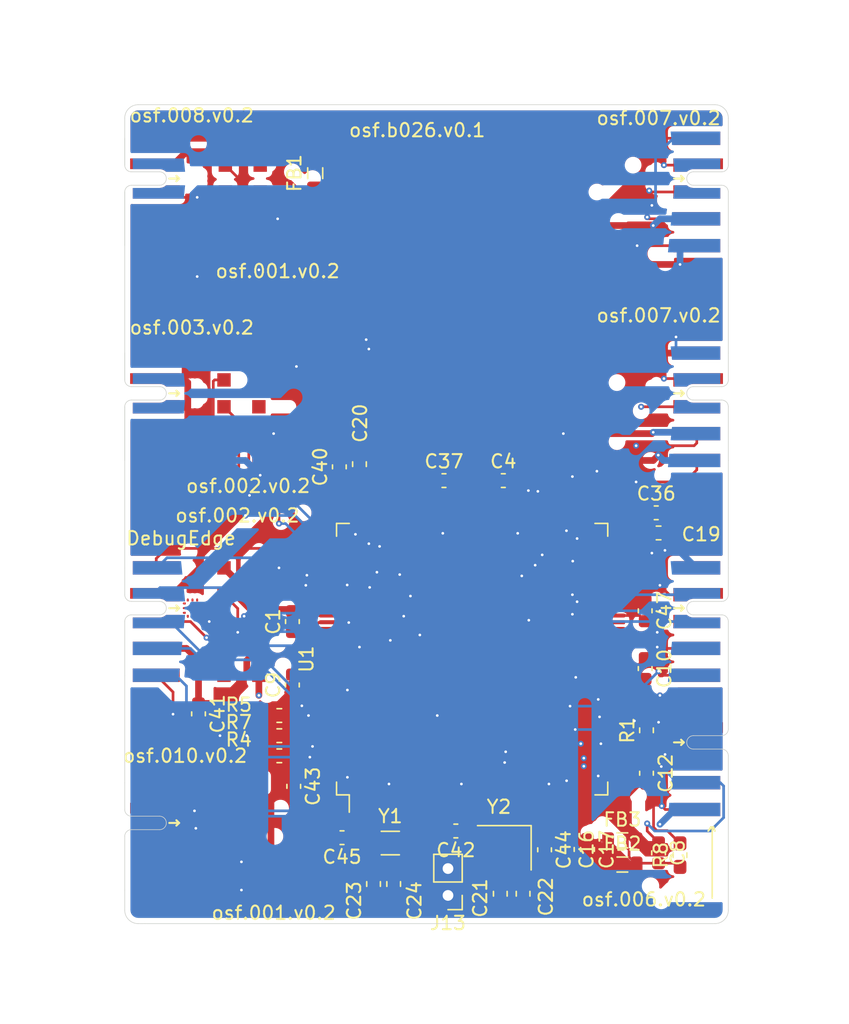
<source format=kicad_pcb>
(kicad_pcb (version 20171130) (host pcbnew "(5.1.9)-1")
  (layers (0 F.Cu signal) (1 In1.Cu signal) (2 In2.Cu signal) (31 B.Cu signal) (34 B.Paste user) (35 F.Paste user) (36 B.SilkS user) (37 F.SilkS user) (38 B.Mask user) (39 F.Mask user) (44 Edge.Cuts user))
  (net 0 "")
  (net 1 GND)
  (net 2 +3V3)
  (net 3 "Net-(C19-Pad1)")
  (net 4 "Net-(C20-Pad1)")
  (net 5 "Net-(C21-Pad1)")
  (net 6 "Net-(C22-Pad1)")
  (net 7 "Net-(C23-Pad1)")
  (net 8 "Net-(C24-Pad1)")
  (net 9 /uC/D+)
  (net 10 /uC/D-)
  (net 11 "Net-(R4-Pad1)")
  (net 12 +5V)
  (net 13 /uC/vref+)
  (net 14 /uC/nrst)
  (net 15 /uC/TRACED1)
  (net 16 /uC/tms)
  (net 17 /uC/tck)
  (net 18 /uC/TDI)
  (net 19 /uC/tdo)
  (net 20 /uC/TRACECLK)
  (net 21 /uC/TRACED0)
  (net 22 /uC/AD8)
  (net 23 /uC/AD9)
  (net 24 /uC/AD3)
  (net 25 /uC/AD5)
  (net 26 /uC/AD6)
  (net 27 /uC/AD4)
  (net 28 /uC/AD0)
  (net 29 /uC/AD10)
  (net 30 /uC/I2C1_SCL)
  (net 31 /uC/SPI2_SCK)
  (net 32 /uC/SPI5_SCK)
  (net 33 /uC/SPI5_MISO)
  (net 34 /uC/SPI5_MOSI)
  (net 35 /uC/I2C3_SCL)
  (net 36 "Net-(FB1-Pad2)")
  (net 37 /uC/SPI2_MOSI)
  (net 38 /uC/SPI2_MISO)
  (net 39 /uC/I2C2_SCL)
  (net 40 /uC/I2C2_SDA)
  (net 41 /uC/RXD0)
  (net 42 /uC/CRS_DV)
  (net 43 /uC/RXD1)
  (net 44 /uC/REF_CLK)
  (net 45 /uC/TX_EN)
  (net 46 /uC/MDIO)
  (net 47 /uC/MDC)
  (net 48 /uC/TXD1)
  (net 49 /uC/TXD0)
  (net 50 "Net-(R7-Pad2)")
  (net 51 /uC/RX_ER)
  (net 52 /uC/CAN_TX)
  (net 53 /uC/CAN_RX)
  (net 54 /uC/UART3_TX)
  (net 55 /uC/UART3_RX)
  (net 56 /uC/UART2_TX)
  (net 57 /uC/UART2_RX)
  (net 58 /uC/SPI2_CS)
  (net 59 /uC/SPI5_CS)
  (net 60 /uC/GNDA)
  (net 61 "Net-(J9-Pad5)")
  (net 62 "Net-(J11-Pad8)")
  (net 63 "Net-(J12-Pad18)")
  (module Resistor_SMD:R_0603_1608Metric_Pad1.05x0.95mm_HandSolder (layer F.Cu) (at 115.9 121.1 90)
    (fp_text reference R1 (at 0 -1.43 90) (layer F.SilkS))
    (fp_text value 10k)
    (pad 2 smd roundrect (at 0.875 0 90) (size 1.05 0.95) (layers F.Cu F.Paste F.Mask) (net 63 "Net-(J12-Pad18)"))
    (pad 1 smd roundrect (at -0.875 0 90) (size 1.05 0.95) (layers F.Cu F.Paste F.Mask) (net 2 +3V3))
  )
  (module Inductor_SMD:L_0805_2012Metric (layer F.Cu) (at 91.2 79.6 90)
    (fp_text reference FB1 (at 0 -1.55 90) (layer F.SilkS))
    (fp_text value Ferrite_Bead_Small)
    (pad 2 smd roundrect (at 1.0625 0 90) (size 0.875 1.2) (layers F.Cu F.Paste F.Mask) (net 36 "Net-(FB1-Pad2)"))
    (pad 1 smd roundrect (at -1.0625 0 90) (size 0.875 1.2) (layers F.Cu F.Paste F.Mask) (net 12 +5V))
  )
  (module on_edge:on_edge_2x05_up_host (layer F.Cu) (at 112 81 270)
    (fp_text reference J14)
    (fp_text value 012_CAN)
    (pad 2 smd rect (at -2 3.6 270) (size 1 1) (layers F.Cu F.Mask) (net 53 /uC/CAN_RX))
    (pad 3 smd rect (at 0 3.6 270) (size 1 1) (layers F.Cu F.Mask) (net 52 /uC/CAN_TX))
    (pad 8 smd rect (at 0 1 90) (size 1 1) (layers F.Cu F.Mask))
    (pad 7 smd rect (at -2 1 90) (size 1 1) (layers F.Cu F.Mask))
    (pad 4 smd rect (at 2 3.6 270) (size 1 1) (layers F.Cu F.Mask))
    (pad 10 smd rect (at 4 1 90) (size 1 1) (layers F.Cu F.Mask) (net 12 +5V))
    (pad 9 smd rect (at 2 1 90) (size 1 1) (layers F.Cu F.Mask) (net 2 +3V3))
    (pad 6 smd rect (at -4 1 90) (size 1 1) (layers F.Cu F.Mask))
    (pad 5 smd rect (at 4 3.6 270) (size 1 1) (layers F.Cu F.Mask))
    (pad 1 smd rect (at -4 3.6 270) (size 1 1) (layers F.Cu F.Mask))
  )
  (module Connector_PinHeader_2.00mm:PinHeader_1x02_P2.00mm_Vertical (layer F.Cu) (at 101.1 133.4 180)
    (fp_text reference J13 (at 0 -2.06) (layer F.SilkS))
    (fp_text value Conn_01x02_Male)
    (pad 2 thru_hole oval (at 0 2 180) (size 1.35 1.35) (drill 0.8) (layers *.Cu *.Mask) (net 39 /uC/I2C2_SCL))
    (pad 1 thru_hole rect (at 0 0 180) (size 1.35 1.35) (drill 0.8) (layers *.Cu *.Mask) (net 40 /uC/I2C2_SDA))
  )
  (module on_edge:on_edge_2x05_up_host (layer F.Cu) (at 112 97 270)
    (fp_text reference J6)
    (fp_text value 010_UART)
    (pad 2 smd rect (at -2 3.6 270) (size 1 1) (layers F.Cu F.Mask) (net 56 /uC/UART2_TX))
    (pad 3 smd rect (at 0 3.6 270) (size 1 1) (layers F.Cu F.Mask) (net 57 /uC/UART2_RX))
    (pad 8 smd rect (at 0 1 90) (size 1 1) (layers F.Cu F.Mask))
    (pad 7 smd rect (at -2 1 90) (size 1 1) (layers F.Cu F.Mask))
    (pad 4 smd rect (at 2 3.6 270) (size 1 1) (layers F.Cu F.Mask))
    (pad 10 smd rect (at 4 1 90) (size 1 1) (layers F.Cu F.Mask) (net 12 +5V))
    (pad 9 smd rect (at 2 1 90) (size 1 1) (layers F.Cu F.Mask) (net 2 +3V3))
    (pad 6 smd rect (at -4 1 90) (size 1 1) (layers F.Cu F.Mask))
    (pad 5 smd rect (at 4 3.6 270) (size 1 1) (layers F.Cu F.Mask))
    (pad 1 smd rect (at -4 3.6 270) (size 1 1) (layers F.Cu F.Mask) (net 1 GND))
  )
  (module on_edge:on_edge_2x05_up_host (layer F.Cu) (at 88 113 270)
    (fp_text reference J11)
    (fp_text value 002_SPI_2x5)
    (pad 2 smd rect (at -2 3.6 270) (size 1 1) (layers F.Cu F.Mask) (net 34 /uC/SPI5_MOSI))
    (pad 3 smd rect (at 0 3.6 270) (size 1 1) (layers F.Cu F.Mask) (net 33 /uC/SPI5_MISO))
    (pad 8 smd rect (at 0 1 90) (size 1 1) (layers F.Cu F.Mask))
    (pad 7 smd rect (at -2 1 90) (size 1 1) (layers F.Cu F.Mask))
    (pad 4 smd rect (at 2 3.6 270) (size 1 1) (layers F.Cu F.Mask) (net 32 /uC/SPI5_SCK))
    (pad 10 smd rect (at 4 1 90) (size 1 1) (layers F.Cu F.Mask) (net 12 +5V))
    (pad 9 smd rect (at 2 1 90) (size 1 1) (layers F.Cu F.Mask) (net 2 +3V3))
    (pad 6 smd rect (at -4 1 90) (size 1 1) (layers F.Cu F.Mask) (net 59 /uC/SPI5_CS))
    (pad 5 smd rect (at 4 3.6 270) (size 1 1) (layers F.Cu F.Mask))
    (pad 1 smd rect (at -4 3.6 270) (size 1 1) (layers F.Cu F.Mask) (net 1 GND))
  )
  (module on_edge:on_edge_2x05_up_host (layer F.Cu) (at 88.1 81 270)
    (fp_text reference J10)
    (fp_text value 001_I2C_2x5)
    (pad 2 smd rect (at -2 3.6 270) (size 1 1) (layers F.Cu F.Mask) (net 35 /uC/I2C3_SCL))
    (pad 3 smd rect (at 0 3.6 270) (size 1 1) (layers F.Cu F.Mask))
    (pad 8 smd rect (at 0 1 90) (size 1 1) (layers F.Cu F.Mask))
    (pad 7 smd rect (at -2 1 90) (size 1 1) (layers F.Cu F.Mask))
    (pad 4 smd rect (at 2 3.6 270) (size 1 1) (layers F.Cu F.Mask))
    (pad 10 smd rect (at 4 1 90) (size 1 1) (layers F.Cu F.Mask) (net 12 +5V))
    (pad 9 smd rect (at 2 1 90) (size 1 1) (layers F.Cu F.Mask) (net 2 +3V3))
    (pad 6 smd rect (at -4 1 90) (size 1 1) (layers F.Cu F.Mask))
    (pad 5 smd rect (at 4 3.6 270) (size 1 1) (layers F.Cu F.Mask))
    (pad 1 smd rect (at -4 3.6 270) (size 1 1) (layers F.Cu F.Mask) (net 1 GND))
  )
  (module on_edge:on_edge_2x05_up_host (layer F.Cu) (at 88 97 270)
    (fp_text reference J9)
    (fp_text value 002_SPI_2x5)
    (pad 2 smd rect (at -2 3.6 270) (size 1 1) (layers F.Cu F.Mask) (net 37 /uC/SPI2_MOSI))
    (pad 3 smd rect (at 0 3.6 270) (size 1 1) (layers F.Cu F.Mask) (net 38 /uC/SPI2_MISO))
    (pad 8 smd rect (at 0 1 90) (size 1 1) (layers F.Cu F.Mask))
    (pad 7 smd rect (at -2 1 90) (size 1 1) (layers F.Cu F.Mask))
    (pad 4 smd rect (at 2 3.6 270) (size 1 1) (layers F.Cu F.Mask) (net 31 /uC/SPI2_SCK))
    (pad 10 smd rect (at 4 1 90) (size 1 1) (layers F.Cu F.Mask) (net 12 +5V))
    (pad 9 smd rect (at 2 1 90) (size 1 1) (layers F.Cu F.Mask) (net 2 +3V3))
    (pad 6 smd rect (at -4 1 90) (size 1 1) (layers F.Cu F.Mask) (net 58 /uC/SPI2_CS))
    (pad 5 smd rect (at 4 3.6 270) (size 1 1) (layers F.Cu F.Mask))
    (pad 1 smd rect (at -4 3.6 270) (size 1 1) (layers F.Cu F.Mask) (net 1 GND))
  )
  (module on_edge:on_edge_2x05_up_host (layer F.Cu) (at 88 129 270)
    (fp_text reference J8)
    (fp_text value 001_I2C_2x5)
    (pad 2 smd rect (at -2 3.6 270) (size 1 1) (layers F.Cu F.Mask) (net 30 /uC/I2C1_SCL))
    (pad 3 smd rect (at 0 3.6 270) (size 1 1) (layers F.Cu F.Mask))
    (pad 8 smd rect (at 0 1 90) (size 1 1) (layers F.Cu F.Mask))
    (pad 7 smd rect (at -2 1 90) (size 1 1) (layers F.Cu F.Mask))
    (pad 4 smd rect (at 2 3.6 270) (size 1 1) (layers F.Cu F.Mask))
    (pad 10 smd rect (at 4 1 90) (size 1 1) (layers F.Cu F.Mask) (net 12 +5V))
    (pad 9 smd rect (at 2 1 90) (size 1 1) (layers F.Cu F.Mask) (net 2 +3V3))
    (pad 6 smd rect (at -4 1 90) (size 1 1) (layers F.Cu F.Mask))
    (pad 5 smd rect (at 4 3.6 270) (size 1 1) (layers F.Cu F.Mask))
    (pad 1 smd rect (at -4 3.6 270) (size 1 1) (layers F.Cu F.Mask) (net 1 GND))
  )
  (module on_edge:on_edge_2x05_device (layer F.Cu) (at 77 129 270)
    (fp_text reference J4)
    (fp_text value 010_UART)
    (fp_line (start 0 0) (end 4 0) (layer Edge.Cuts) (width 0.05))
    (fp_line (start -4 0) (end -2 0) (layer Edge.Cuts) (width 0.05))
    (fp_line (start -0.5 -0.5) (end -0.5 -2.6) (layer Edge.Cuts) (width 0.05))
    (fp_line (start -1.5 -2.6) (end -1.5 -0.5) (layer Edge.Cuts) (width 0.05))
    (fp_arc (start -2 -0.5) (end -2 0) (angle -90) (layer Edge.Cuts) (width 0.05))
    (fp_arc (start 0 -0.5) (end -0.5 -0.5) (angle -90) (layer Edge.Cuts) (width 0.05))
    (fp_arc (start -1 -2.6) (end -0.5 -2.6) (angle -180) (layer Edge.Cuts) (width 0.05))
    (pad 2 smd custom (at -2 -3.6 270) (size 1 1) (layers F.Cu F.Mask) (net 54 /uC/UART3_TX) (options (clearance outline) (anchor rect)) (primitives (gr_poly (pts (xy 0.3 1) (xy 0.31 0.89) (xy 0.33 0.81) (xy 0.35 0.75) (xy 0.37 0.7) (xy 0.4 0.65) (xy 0.44 0.59) (xy 0.48 0.54) (xy 0.5 0.52) (xy 0.5 -0.5) (xy -0.5 -0.5) (xy -0.5 3.2) (xy 0.3 3.2)) (width 0))))
    (pad 3 smd custom (at 0 -3.6 270) (size 1 1) (layers F.Cu F.Mask) (net 55 /uC/UART3_RX) (options (clearance outline) (anchor rect)) (primitives (gr_poly (pts (xy -0.3 1) (xy -0.31 0.89) (xy -0.33 0.81) (xy -0.35 0.75) (xy -0.37 0.7) (xy -0.4 0.65) (xy -0.44 0.59) (xy -0.48 0.54) (xy -0.5 0.52) (xy -0.5 -0.5) (xy 0.5 -0.5) (xy 0.5 3) (xy -0.3 3)) (width 0))))
    (pad 8 smd custom (at 0 -2.1 270) (size 0.4 0.4) (layers B.Cu B.Mask) (options (clearance outline) (anchor rect)) (primitives (gr_poly (pts (xy -0.3 -0.51) (xy -0.31 -0.62) (xy -0.33 -0.7) (xy -0.35 -0.76) (xy -0.37 -0.81) (xy -0.4 -0.86) (xy -0.44 -0.92) (xy -0.48 -0.97) (xy -0.5 -0.99) (xy -0.5 -2.4) (xy 0.5 -2.3) (xy 0.5 1.5) (xy -0.3 1.5)) (width 0))))
    (pad 7 smd custom (at -2 -2.1 270) (size 0.4 0.4) (layers B.Cu B.Mask) (options (clearance outline) (anchor rect)) (primitives (gr_poly (pts (xy 0.3 -0.51) (xy 0.31 -0.62) (xy 0.33 -0.7) (xy 0.35 -0.76) (xy 0.37 -0.81) (xy 0.4 -0.86) (xy 0.44 -0.92) (xy 0.48 -0.97) (xy 0.5 -0.99) (xy 0.5 -2.4) (xy -0.5 -2.3) (xy -0.5 1.5) (xy 0.3 1.5)) (width 0))))
    (pad 10 smd custom (at 4 -2.3 270) (size 1 3.4) (layers B.Cu B.Mask) (net 12 +5V) (options (clearance outline) (anchor rect)) (primitives (gr_poly (pts (xy -0.5 -1.7) (xy -0.5 -1.8) (xy 0.5 -1.7)) (width 0))))
    (pad 9 smd custom (at 2 -2.4 270) (size 1 3.6) (layers B.Cu B.Mask) (net 2 +3V3) (options (clearance outline) (anchor rect)) (primitives (gr_poly (pts (xy -0.5 -1.8) (xy -0.5 -1.9) (xy 0.5 -1.8)) (width 0))))
    (pad 6 smd custom (at -4 -2.4 270) (size 1 3.6) (layers B.Cu B.Mask) (options (clearance outline) (anchor rect)) (primitives (gr_poly (pts (xy 0.5 -1.8) (xy 0.5 -1.9) (xy -0.5 -1.8)) (width 0))))
    (pad 5 smd rect (at 4 -2.35 90) (size 1 3.5) (layers F.Cu F.Mask))
    (pad 1 smd rect (at -4 -2.35 90) (size 1 3.5) (layers F.Cu F.Mask) (net 1 GND))
    (pad 4 smd rect (at 2 -2.35 90) (size 1 3.5) (layers F.Cu F.Mask))
  )
  (module Inductor_SMD:L_0805_2012Metric (layer F.Cu) (at 114.1 129.3)
    (fp_text reference FB3 (at 0 -1.55) (layer F.SilkS))
    (fp_text value " FCM1608KF-601T03 TypeA")
    (pad 2 smd roundrect (at 1.0625 0) (size 0.875 1.2) (layers F.Cu F.Paste F.Mask) (net 2 +3V3))
    (pad 1 smd roundrect (at -1.0625 0) (size 0.875 1.2) (layers F.Cu F.Paste F.Mask) (net 13 /uC/vref+))
  )
  (module Inductor_SMD:L_0805_2012Metric (layer F.Cu) (at 114.1 131.1)
    (fp_text reference FB2 (at 0 -1.55) (layer F.SilkS))
    (fp_text value " FCM1608KF-601T03 TypeA")
    (pad 2 smd roundrect (at 1.0625 0) (size 0.875 1.2) (layers F.Cu F.Paste F.Mask) (net 1 GND))
    (pad 1 smd roundrect (at -1.0625 0) (size 0.875 1.2) (layers F.Cu F.Paste F.Mask) (net 60 /uC/GNDA))
  )
  (module Capacitor_SMD:C_0603_1608Metric (layer F.Cu) (at 115.8 112.2 270)
    (fp_text reference C47 (at 0 -1.43 90) (layer F.SilkS))
    (fp_text value 100nF)
    (pad 2 smd roundrect (at 0.775 0 270) (size 0.9 0.95) (layers F.Cu F.Paste F.Mask) (net 1 GND))
    (pad 1 smd roundrect (at -0.775 0 270) (size 0.9 0.95) (layers F.Cu F.Paste F.Mask) (net 2 +3V3))
  )
  (module Capacitor_SMD:C_0603_1608Metric (layer F.Cu) (at 93.2 129.1 180)
    (fp_text reference C45 (at 0 -1.43 180) (layer F.SilkS))
    (fp_text value 100nF)
    (pad 2 smd roundrect (at 0.775 0 180) (size 0.9 0.95) (layers F.Cu F.Paste F.Mask) (net 1 GND))
    (pad 1 smd roundrect (at -0.775 0 180) (size 0.9 0.95) (layers F.Cu F.Paste F.Mask) (net 2 +3V3))
  )
  (module Capacitor_SMD:C_0603_1608Metric (layer F.Cu) (at 108.3 130 270)
    (fp_text reference C44 (at 0 -1.43 90) (layer F.SilkS))
    (fp_text value 100nF)
    (pad 2 smd roundrect (at 0.775 0 270) (size 0.9 0.95) (layers F.Cu F.Paste F.Mask) (net 1 GND))
    (pad 1 smd roundrect (at -0.775 0 270) (size 0.9 0.95) (layers F.Cu F.Paste F.Mask) (net 2 +3V3))
  )
  (module Capacitor_SMD:C_0603_1608Metric (layer F.Cu) (at 89.6 125.275 270)
    (fp_text reference C43 (at 0 -1.43 90) (layer F.SilkS))
    (fp_text value 1uF)
    (pad 2 smd roundrect (at 0.775 0 270) (size 0.9 0.95) (layers F.Cu F.Paste F.Mask) (net 1 GND))
    (pad 1 smd roundrect (at -0.775 0 270) (size 0.9 0.95) (layers F.Cu F.Paste F.Mask) (net 2 +3V3))
  )
  (module Capacitor_SMD:C_0603_1608Metric (layer F.Cu) (at 101.685 128.6 180)
    (fp_text reference C42 (at 0 -1.43) (layer F.SilkS))
    (fp_text value 100nF)
    (pad 2 smd roundrect (at 0.775 0 180) (size 0.9 0.95) (layers F.Cu F.Paste F.Mask) (net 1 GND))
    (pad 1 smd roundrect (at -0.775 0 180) (size 0.9 0.95) (layers F.Cu F.Paste F.Mask) (net 2 +3V3))
  )
  (module Capacitor_SMD:C_0603_1608Metric (layer F.Cu) (at 82.5 119.875 270)
    (fp_text reference C41 (at 0 -1.43 90) (layer F.SilkS))
    (fp_text value 1uF)
    (pad 2 smd roundrect (at 0.775 0 270) (size 0.9 0.95) (layers F.Cu F.Paste F.Mask) (net 1 GND))
    (pad 1 smd roundrect (at -0.775 0 270) (size 0.9 0.95) (layers F.Cu F.Paste F.Mask) (net 2 +3V3))
  )
  (module Capacitor_SMD:C_0603_1608Metric (layer F.Cu) (at 93 101.475 90)
    (fp_text reference C40 (at 0 -1.43 90) (layer F.SilkS))
    (fp_text value 100nF)
    (pad 2 smd roundrect (at 0.775 0 90) (size 0.9 0.95) (layers F.Cu F.Paste F.Mask) (net 1 GND))
    (pad 1 smd roundrect (at -0.775 0 90) (size 0.9 0.95) (layers F.Cu F.Paste F.Mask) (net 2 +3V3))
  )
  (module Capacitor_SMD:C_0603_1608Metric (layer F.Cu) (at 100.8 102.5)
    (fp_text reference C37 (at 0 -1.43) (layer F.SilkS))
    (fp_text value 100nF)
    (pad 2 smd roundrect (at 0.775 0) (size 0.9 0.95) (layers F.Cu F.Paste F.Mask) (net 1 GND))
    (pad 1 smd roundrect (at -0.775 0) (size 0.9 0.95) (layers F.Cu F.Paste F.Mask) (net 2 +3V3))
  )
  (module Capacitor_SMD:C_0603_1608Metric (layer F.Cu) (at 116.625 104.9)
    (fp_text reference C36 (at 0 -1.43) (layer F.SilkS))
    (fp_text value 100nF)
    (pad 2 smd roundrect (at 0.775 0) (size 0.9 0.95) (layers F.Cu F.Paste F.Mask) (net 1 GND))
    (pad 1 smd roundrect (at -0.775 0) (size 0.9 0.95) (layers F.Cu F.Paste F.Mask) (net 2 +3V3))
  )
  (module Capacitor_SMD:C_0603_1608Metric (layer F.Cu) (at 111.5 129.975 270)
    (fp_text reference C17 (at 0 -1.43 90) (layer F.SilkS))
    (fp_text value 1uF)
    (pad 2 smd roundrect (at 0.775 0 270) (size 0.9 0.95) (layers F.Cu F.Paste F.Mask) (net 60 /uC/GNDA))
    (pad 1 smd roundrect (at -0.775 0 270) (size 0.9 0.95) (layers F.Cu F.Paste F.Mask) (net 13 /uC/vref+))
  )
  (module Capacitor_SMD:C_0603_1608Metric (layer F.Cu) (at 110 129.975 270)
    (fp_text reference C16 (at 0 -1.43 90) (layer F.SilkS))
    (fp_text value 1uF)
    (pad 2 smd roundrect (at 0.775 0 270) (size 0.9 0.95) (layers F.Cu F.Paste F.Mask) (net 60 /uC/GNDA))
    (pad 1 smd roundrect (at -0.775 0 270) (size 0.9 0.95) (layers F.Cu F.Paste F.Mask) (net 13 /uC/vref+))
  )
  (module Capacitor_SMD:C_0603_1608Metric (layer F.Cu) (at 115.9 124.3 270)
    (fp_text reference C12 (at 0 -1.43 90) (layer F.SilkS))
    (fp_text value 100nF)
    (pad 2 smd roundrect (at 0.775 0 270) (size 0.9 0.95) (layers F.Cu F.Paste F.Mask) (net 1 GND))
    (pad 1 smd roundrect (at -0.775 0 270) (size 0.9 0.95) (layers F.Cu F.Paste F.Mask) (net 2 +3V3))
  )
  (module Capacitor_SMD:C_0603_1608Metric (layer F.Cu) (at 115.8 116.5 270)
    (fp_text reference C10 (at 0 -1.43 90) (layer F.SilkS))
    (fp_text value 100nF)
    (pad 2 smd roundrect (at 0.775 0 270) (size 0.9 0.95) (layers F.Cu F.Paste F.Mask) (net 1 GND))
    (pad 1 smd roundrect (at -0.775 0 270) (size 0.9 0.95) (layers F.Cu F.Paste F.Mask) (net 2 +3V3))
  )
  (module Capacitor_SMD:C_0603_1608Metric (layer F.Cu) (at 89.5 117.725 90)
    (fp_text reference C9 (at 0 -1.43 90) (layer F.SilkS))
    (fp_text value 100nF)
    (pad 2 smd roundrect (at 0.775 0 90) (size 0.9 0.95) (layers F.Cu F.Paste F.Mask) (net 1 GND))
    (pad 1 smd roundrect (at -0.775 0 90) (size 0.9 0.95) (layers F.Cu F.Paste F.Mask) (net 2 +3V3))
  )
  (module Capacitor_SMD:C_0603_1608Metric (layer F.Cu) (at 116.8 130.225 270)
    (fp_text reference C8 (at 0 -1.43 270) (layer F.SilkS))
    (fp_text value 1uF)
    (pad 2 smd roundrect (at 0.775 0 270) (size 0.9 0.95) (layers F.Cu F.Paste F.Mask) (net 1 GND))
    (pad 1 smd roundrect (at -0.775 0 270) (size 0.9 0.95) (layers F.Cu F.Paste F.Mask) (net 2 +3V3))
  )
  (module Capacitor_SMD:C_0603_1608Metric (layer F.Cu) (at 105.225 102.5)
    (fp_text reference C4 (at 0 -1.43) (layer F.SilkS))
    (fp_text value 100nF)
    (pad 2 smd roundrect (at 0.775 0) (size 0.9 0.95) (layers F.Cu F.Paste F.Mask) (net 1 GND))
    (pad 1 smd roundrect (at -0.775 0) (size 0.9 0.95) (layers F.Cu F.Paste F.Mask) (net 2 +3V3))
  )
  (module Capacitor_SMD:C_0603_1608Metric (layer F.Cu) (at 89.5 113 90)
    (fp_text reference C1 (at 0 -1.43 90) (layer F.SilkS))
    (fp_text value 100nF)
    (pad 2 smd roundrect (at 0.775 0 90) (size 0.9 0.95) (layers F.Cu F.Paste F.Mask) (net 1 GND))
    (pad 1 smd roundrect (at -0.775 0 90) (size 0.9 0.95) (layers F.Cu F.Paste F.Mask) (net 2 +3V3))
  )
  (module Package_QFP:LQFP-144_20x20mm_P0.5mm (layer F.Cu) (at 102.9 115.8 90)
    (fp_text reference U1 (at 0 -12.35 90) (layer F.SilkS))
    (fp_text value STM32F767ZITx)
    (pad 144 smd roundrect (at -8.75 -10.6625 90) (size 0.3 1.475) (layers F.Cu F.Paste F.Mask) (net 2 +3V3))
    (pad 143 smd roundrect (at -8.25 -10.6625 90) (size 0.3 1.475) (layers F.Cu F.Paste F.Mask) (net 11 "Net-(R4-Pad1)"))
    (pad 142 smd roundrect (at -7.75 -10.6625 90) (size 0.3 1.475) (layers F.Cu F.Paste F.Mask) (net 21 /uC/TRACED0))
    (pad 141 smd roundrect (at -7.25 -10.6625 90) (size 0.3 1.475) (layers F.Cu F.Paste F.Mask) (net 15 /uC/TRACED1))
    (pad 140 smd roundrect (at -6.75 -10.6625 90) (size 0.3 1.475) (layers F.Cu F.Paste F.Mask))
    (pad 139 smd roundrect (at -6.25 -10.6625 90) (size 0.3 1.475) (layers F.Cu F.Paste F.Mask))
    (pad 138 smd roundrect (at -5.75 -10.6625 90) (size 0.3 1.475) (layers F.Cu F.Paste F.Mask) (net 50 "Net-(R7-Pad2)"))
    (pad 137 smd roundrect (at -5.25 -10.6625 90) (size 0.3 1.475) (layers F.Cu F.Paste F.Mask))
    (pad 136 smd roundrect (at -4.75 -10.6625 90) (size 0.3 1.475) (layers F.Cu F.Paste F.Mask) (net 30 /uC/I2C1_SCL))
    (pad 135 smd roundrect (at -4.25 -10.6625 90) (size 0.3 1.475) (layers F.Cu F.Paste F.Mask))
    (pad 134 smd roundrect (at -3.75 -10.6625 90) (size 0.3 1.475) (layers F.Cu F.Paste F.Mask))
    (pad 133 smd roundrect (at -3.25 -10.6625 90) (size 0.3 1.475) (layers F.Cu F.Paste F.Mask) (net 19 /uC/tdo))
    (pad 132 smd roundrect (at -2.75 -10.6625 90) (size 0.3 1.475) (layers F.Cu F.Paste F.Mask))
    (pad 131 smd roundrect (at -2.25 -10.6625 90) (size 0.3 1.475) (layers F.Cu F.Paste F.Mask) (net 2 +3V3))
    (pad 130 smd roundrect (at -1.75 -10.6625 90) (size 0.3 1.475) (layers F.Cu F.Paste F.Mask) (net 1 GND))
    (pad 129 smd roundrect (at -1.25 -10.6625 90) (size 0.3 1.475) (layers F.Cu F.Paste F.Mask))
    (pad 128 smd roundrect (at -0.75 -10.6625 90) (size 0.3 1.475) (layers F.Cu F.Paste F.Mask) (net 49 /uC/TXD0))
    (pad 127 smd roundrect (at -0.25 -10.6625 90) (size 0.3 1.475) (layers F.Cu F.Paste F.Mask))
    (pad 126 smd roundrect (at 0.25 -10.6625 90) (size 0.3 1.475) (layers F.Cu F.Paste F.Mask) (net 45 /uC/TX_EN))
    (pad 125 smd roundrect (at 0.75 -10.6625 90) (size 0.3 1.475) (layers F.Cu F.Paste F.Mask))
    (pad 124 smd roundrect (at 1.25 -10.6625 90) (size 0.3 1.475) (layers F.Cu F.Paste F.Mask))
    (pad 123 smd roundrect (at 1.75 -10.6625 90) (size 0.3 1.475) (layers F.Cu F.Paste F.Mask))
    (pad 122 smd roundrect (at 2.25 -10.6625 90) (size 0.3 1.475) (layers F.Cu F.Paste F.Mask) (net 57 /uC/UART2_RX))
    (pad 121 smd roundrect (at 2.75 -10.6625 90) (size 0.3 1.475) (layers F.Cu F.Paste F.Mask) (net 2 +3V3))
    (pad 120 smd roundrect (at 3.25 -10.6625 90) (size 0.3 1.475) (layers F.Cu F.Paste F.Mask) (net 1 GND))
    (pad 119 smd roundrect (at 3.75 -10.6625 90) (size 0.3 1.475) (layers F.Cu F.Paste F.Mask) (net 56 /uC/UART2_TX))
    (pad 118 smd roundrect (at 4.25 -10.6625 90) (size 0.3 1.475) (layers F.Cu F.Paste F.Mask))
    (pad 117 smd roundrect (at 4.75 -10.6625 90) (size 0.3 1.475) (layers F.Cu F.Paste F.Mask))
    (pad 116 smd roundrect (at 5.25 -10.6625 90) (size 0.3 1.475) (layers F.Cu F.Paste F.Mask))
    (pad 115 smd roundrect (at 5.75 -10.6625 90) (size 0.3 1.475) (layers F.Cu F.Paste F.Mask) (net 52 /uC/CAN_TX))
    (pad 114 smd roundrect (at 6.25 -10.6625 90) (size 0.3 1.475) (layers F.Cu F.Paste F.Mask) (net 53 /uC/CAN_RX))
    (pad 113 smd roundrect (at 6.75 -10.6625 90) (size 0.3 1.475) (layers F.Cu F.Paste F.Mask))
    (pad 112 smd roundrect (at 7.25 -10.6625 90) (size 0.3 1.475) (layers F.Cu F.Paste F.Mask))
    (pad 111 smd roundrect (at 7.75 -10.6625 90) (size 0.3 1.475) (layers F.Cu F.Paste F.Mask))
    (pad 110 smd roundrect (at 8.25 -10.6625 90) (size 0.3 1.475) (layers F.Cu F.Paste F.Mask) (net 18 /uC/TDI))
    (pad 109 smd roundrect (at 8.75 -10.6625 90) (size 0.3 1.475) (layers F.Cu F.Paste F.Mask) (net 17 /uC/tck))
    (pad 108 smd roundrect (at 10.6625 -8.75 90) (size 1.475 0.3) (layers F.Cu F.Paste F.Mask) (net 2 +3V3))
    (pad 107 smd roundrect (at 10.6625 -8.25 90) (size 1.475 0.3) (layers F.Cu F.Paste F.Mask) (net 1 GND))
    (pad 106 smd roundrect (at 10.6625 -7.75 90) (size 1.475 0.3) (layers F.Cu F.Paste F.Mask) (net 4 "Net-(C20-Pad1)"))
    (pad 105 smd roundrect (at 10.6625 -7.25 90) (size 1.475 0.3) (layers F.Cu F.Paste F.Mask) (net 16 /uC/tms))
    (pad 104 smd roundrect (at 10.6625 -6.75 90) (size 1.475 0.3) (layers F.Cu F.Paste F.Mask) (net 9 /uC/D+))
    (pad 103 smd roundrect (at 10.6625 -6.25 90) (size 1.475 0.3) (layers F.Cu F.Paste F.Mask) (net 10 /uC/D-))
    (pad 102 smd roundrect (at 10.6625 -5.75 90) (size 1.475 0.3) (layers F.Cu F.Paste F.Mask))
    (pad 101 smd roundrect (at 10.6625 -5.25 90) (size 1.475 0.3) (layers F.Cu F.Paste F.Mask))
    (pad 100 smd roundrect (at 10.6625 -4.75 90) (size 1.475 0.3) (layers F.Cu F.Paste F.Mask) (net 35 /uC/I2C3_SCL))
    (pad 99 smd roundrect (at 10.6625 -4.25 90) (size 1.475 0.3) (layers F.Cu F.Paste F.Mask))
    (pad 98 smd roundrect (at 10.6625 -3.75 90) (size 1.475 0.3) (layers F.Cu F.Paste F.Mask))
    (pad 97 smd roundrect (at 10.6625 -3.25 90) (size 1.475 0.3) (layers F.Cu F.Paste F.Mask))
    (pad 96 smd roundrect (at 10.6625 -2.75 90) (size 1.475 0.3) (layers F.Cu F.Paste F.Mask))
    (pad 95 smd roundrect (at 10.6625 -2.25 90) (size 1.475 0.3) (layers F.Cu F.Paste F.Mask) (net 2 +3V3))
    (pad 94 smd roundrect (at 10.6625 -1.75 90) (size 1.475 0.3) (layers F.Cu F.Paste F.Mask) (net 1 GND))
    (pad 93 smd roundrect (at 10.6625 -1.25 90) (size 1.475 0.3) (layers F.Cu F.Paste F.Mask))
    (pad 92 smd roundrect (at 10.6625 -0.75 90) (size 1.475 0.3) (layers F.Cu F.Paste F.Mask))
    (pad 91 smd roundrect (at 10.6625 -0.25 90) (size 1.475 0.3) (layers F.Cu F.Paste F.Mask))
    (pad 90 smd roundrect (at 10.6625 0.25 90) (size 1.475 0.3) (layers F.Cu F.Paste F.Mask))
    (pad 89 smd roundrect (at 10.6625 0.75 90) (size 1.475 0.3) (layers F.Cu F.Paste F.Mask))
    (pad 88 smd roundrect (at 10.6625 1.25 90) (size 1.475 0.3) (layers F.Cu F.Paste F.Mask))
    (pad 87 smd roundrect (at 10.6625 1.75 90) (size 1.475 0.3) (layers F.Cu F.Paste F.Mask))
    (pad 86 smd roundrect (at 10.6625 2.25 90) (size 1.475 0.3) (layers F.Cu F.Paste F.Mask))
    (pad 85 smd roundrect (at 10.6625 2.75 90) (size 1.475 0.3) (layers F.Cu F.Paste F.Mask))
    (pad 84 smd roundrect (at 10.6625 3.25 90) (size 1.475 0.3) (layers F.Cu F.Paste F.Mask) (net 2 +3V3))
    (pad 83 smd roundrect (at 10.6625 3.75 90) (size 1.475 0.3) (layers F.Cu F.Paste F.Mask) (net 1 GND))
    (pad 82 smd roundrect (at 10.6625 4.25 90) (size 1.475 0.3) (layers F.Cu F.Paste F.Mask))
    (pad 81 smd roundrect (at 10.6625 4.75 90) (size 1.475 0.3) (layers F.Cu F.Paste F.Mask))
    (pad 80 smd roundrect (at 10.6625 5.25 90) (size 1.475 0.3) (layers F.Cu F.Paste F.Mask))
    (pad 79 smd roundrect (at 10.6625 5.75 90) (size 1.475 0.3) (layers F.Cu F.Paste F.Mask))
    (pad 78 smd roundrect (at 10.6625 6.25 90) (size 1.475 0.3) (layers F.Cu F.Paste F.Mask) (net 55 /uC/UART3_RX))
    (pad 77 smd roundrect (at 10.6625 6.75 90) (size 1.475 0.3) (layers F.Cu F.Paste F.Mask) (net 54 /uC/UART3_TX))
    (pad 76 smd roundrect (at 10.6625 7.25 90) (size 1.475 0.3) (layers F.Cu F.Paste F.Mask))
    (pad 75 smd roundrect (at 10.6625 7.75 90) (size 1.475 0.3) (layers F.Cu F.Paste F.Mask))
    (pad 74 smd roundrect (at 10.6625 8.25 90) (size 1.475 0.3) (layers F.Cu F.Paste F.Mask) (net 48 /uC/TXD1))
    (pad 73 smd roundrect (at 10.6625 8.75 90) (size 1.475 0.3) (layers F.Cu F.Paste F.Mask) (net 58 /uC/SPI2_CS))
    (pad 72 smd roundrect (at 8.75 10.6625 90) (size 0.3 1.475) (layers F.Cu F.Paste F.Mask) (net 2 +3V3))
    (pad 71 smd roundrect (at 8.25 10.6625 90) (size 0.3 1.475) (layers F.Cu F.Paste F.Mask) (net 3 "Net-(C19-Pad1)"))
    (pad 70 smd roundrect (at 7.75 10.6625 90) (size 0.3 1.475) (layers F.Cu F.Paste F.Mask))
    (pad 69 smd roundrect (at 7.25 10.6625 90) (size 0.3 1.475) (layers F.Cu F.Paste F.Mask) (net 31 /uC/SPI2_SCK))
    (pad 68 smd roundrect (at 6.75 10.6625 90) (size 0.3 1.475) (layers F.Cu F.Paste F.Mask))
    (pad 67 smd roundrect (at 6.25 10.6625 90) (size 0.3 1.475) (layers F.Cu F.Paste F.Mask))
    (pad 66 smd roundrect (at 5.75 10.6625 90) (size 0.3 1.475) (layers F.Cu F.Paste F.Mask))
    (pad 65 smd roundrect (at 5.25 10.6625 90) (size 0.3 1.475) (layers F.Cu F.Paste F.Mask))
    (pad 64 smd roundrect (at 4.75 10.6625 90) (size 0.3 1.475) (layers F.Cu F.Paste F.Mask))
    (pad 63 smd roundrect (at 4.25 10.6625 90) (size 0.3 1.475) (layers F.Cu F.Paste F.Mask))
    (pad 62 smd roundrect (at 3.75 10.6625 90) (size 0.3 1.475) (layers F.Cu F.Paste F.Mask) (net 2 +3V3))
    (pad 61 smd roundrect (at 3.25 10.6625 90) (size 0.3 1.475) (layers F.Cu F.Paste F.Mask) (net 1 GND))
    (pad 60 smd roundrect (at 2.75 10.6625 90) (size 0.3 1.475) (layers F.Cu F.Paste F.Mask))
    (pad 59 smd roundrect (at 2.25 10.6625 90) (size 0.3 1.475) (layers F.Cu F.Paste F.Mask))
    (pad 58 smd roundrect (at 1.75 10.6625 90) (size 0.3 1.475) (layers F.Cu F.Paste F.Mask))
    (pad 57 smd roundrect (at 1.25 10.6625 90) (size 0.3 1.475) (layers F.Cu F.Paste F.Mask))
    (pad 56 smd roundrect (at 0.75 10.6625 90) (size 0.3 1.475) (layers F.Cu F.Paste F.Mask))
    (pad 55 smd roundrect (at 0.25 10.6625 90) (size 0.3 1.475) (layers F.Cu F.Paste F.Mask))
    (pad 54 smd roundrect (at -0.25 10.6625 90) (size 0.3 1.475) (layers F.Cu F.Paste F.Mask))
    (pad 53 smd roundrect (at -0.75 10.6625 90) (size 0.3 1.475) (layers F.Cu F.Paste F.Mask))
    (pad 52 smd roundrect (at -1.25 10.6625 90) (size 0.3 1.475) (layers F.Cu F.Paste F.Mask) (net 2 +3V3))
    (pad 51 smd roundrect (at -1.75 10.6625 90) (size 0.3 1.475) (layers F.Cu F.Paste F.Mask) (net 1 GND))
    (pad 50 smd roundrect (at -2.25 10.6625 90) (size 0.3 1.475) (layers F.Cu F.Paste F.Mask))
    (pad 49 smd roundrect (at -2.75 10.6625 90) (size 0.3 1.475) (layers F.Cu F.Paste F.Mask))
    (pad 48 smd roundrect (at -3.25 10.6625 90) (size 0.3 1.475) (layers F.Cu F.Paste F.Mask))
    (pad 47 smd roundrect (at -3.75 10.6625 90) (size 0.3 1.475) (layers F.Cu F.Paste F.Mask) (net 23 /uC/AD9))
    (pad 46 smd roundrect (at -4.25 10.6625 90) (size 0.3 1.475) (layers F.Cu F.Paste F.Mask) (net 22 /uC/AD8))
    (pad 45 smd roundrect (at -4.75 10.6625 90) (size 0.3 1.475) (layers F.Cu F.Paste F.Mask) (net 43 /uC/RXD1))
    (pad 44 smd roundrect (at -5.25 10.6625 90) (size 0.3 1.475) (layers F.Cu F.Paste F.Mask) (net 41 /uC/RXD0))
    (pad 43 smd roundrect (at -5.75 10.6625 90) (size 0.3 1.475) (layers F.Cu F.Paste F.Mask) (net 42 /uC/CRS_DV))
    (pad 42 smd roundrect (at -6.25 10.6625 90) (size 0.3 1.475) (layers F.Cu F.Paste F.Mask) (net 26 /uC/AD6))
    (pad 41 smd roundrect (at -6.75 10.6625 90) (size 0.3 1.475) (layers F.Cu F.Paste F.Mask) (net 25 /uC/AD5))
    (pad 40 smd roundrect (at -7.25 10.6625 90) (size 0.3 1.475) (layers F.Cu F.Paste F.Mask) (net 27 /uC/AD4))
    (pad 39 smd roundrect (at -7.75 10.6625 90) (size 0.3 1.475) (layers F.Cu F.Paste F.Mask) (net 2 +3V3))
    (pad 38 smd roundrect (at -8.25 10.6625 90) (size 0.3 1.475) (layers F.Cu F.Paste F.Mask) (net 1 GND))
    (pad 37 smd roundrect (at -8.75 10.6625 90) (size 0.3 1.475) (layers F.Cu F.Paste F.Mask) (net 24 /uC/AD3))
    (pad 36 smd roundrect (at -10.6625 8.75 90) (size 1.475 0.3) (layers F.Cu F.Paste F.Mask) (net 46 /uC/MDIO))
    (pad 35 smd roundrect (at -10.6625 8.25 90) (size 1.475 0.3) (layers F.Cu F.Paste F.Mask) (net 44 /uC/REF_CLK))
    (pad 34 smd roundrect (at -10.6625 7.75 90) (size 1.475 0.3) (layers F.Cu F.Paste F.Mask) (net 28 /uC/AD0))
    (pad 33 smd roundrect (at -10.6625 7.25 90) (size 1.475 0.3) (layers F.Cu F.Paste F.Mask) (net 13 /uC/vref+))
    (pad 32 smd roundrect (at -10.6625 6.75 90) (size 1.475 0.3) (layers F.Cu F.Paste F.Mask) (net 13 /uC/vref+))
    (pad 31 smd roundrect (at -10.6625 6.25 90) (size 1.475 0.3) (layers F.Cu F.Paste F.Mask) (net 60 /uC/GNDA))
    (pad 30 smd roundrect (at -10.6625 5.75 90) (size 1.475 0.3) (layers F.Cu F.Paste F.Mask) (net 2 +3V3))
    (pad 29 smd roundrect (at -10.6625 5.25 90) (size 1.475 0.3) (layers F.Cu F.Paste F.Mask) (net 37 /uC/SPI2_MOSI))
    (pad 28 smd roundrect (at -10.6625 4.75 90) (size 1.475 0.3) (layers F.Cu F.Paste F.Mask) (net 38 /uC/SPI2_MISO))
    (pad 27 smd roundrect (at -10.6625 4.25 90) (size 1.475 0.3) (layers F.Cu F.Paste F.Mask) (net 47 /uC/MDC))
    (pad 26 smd roundrect (at -10.6625 3.75 90) (size 1.475 0.3) (layers F.Cu F.Paste F.Mask) (net 29 /uC/AD10))
    (pad 25 smd roundrect (at -10.6625 3.25 90) (size 1.475 0.3) (layers F.Cu F.Paste F.Mask) (net 14 /uC/nrst))
    (pad 24 smd roundrect (at -10.6625 2.75 90) (size 1.475 0.3) (layers F.Cu F.Paste F.Mask) (net 6 "Net-(C22-Pad1)"))
    (pad 23 smd roundrect (at -10.6625 2.25 90) (size 1.475 0.3) (layers F.Cu F.Paste F.Mask) (net 5 "Net-(C21-Pad1)"))
    (pad 22 smd roundrect (at -10.6625 1.75 90) (size 1.475 0.3) (layers F.Cu F.Paste F.Mask))
    (pad 21 smd roundrect (at -10.6625 1.25 90) (size 1.475 0.3) (layers F.Cu F.Paste F.Mask) (net 34 /uC/SPI5_MOSI))
    (pad 20 smd roundrect (at -10.6625 0.75 90) (size 1.475 0.3) (layers F.Cu F.Paste F.Mask) (net 33 /uC/SPI5_MISO))
    (pad 19 smd roundrect (at -10.6625 0.25 90) (size 1.475 0.3) (layers F.Cu F.Paste F.Mask) (net 32 /uC/SPI5_SCK))
    (pad 18 smd roundrect (at -10.6625 -0.25 90) (size 1.475 0.3) (layers F.Cu F.Paste F.Mask) (net 59 /uC/SPI5_CS))
    (pad 17 smd roundrect (at -10.6625 -0.75 90) (size 1.475 0.3) (layers F.Cu F.Paste F.Mask) (net 2 +3V3))
    (pad 16 smd roundrect (at -10.6625 -1.25 90) (size 1.475 0.3) (layers F.Cu F.Paste F.Mask) (net 1 GND))
    (pad 15 smd roundrect (at -10.6625 -1.75 90) (size 1.475 0.3) (layers F.Cu F.Paste F.Mask))
    (pad 14 smd roundrect (at -10.6625 -2.25 90) (size 1.475 0.3) (layers F.Cu F.Paste F.Mask))
    (pad 13 smd roundrect (at -10.6625 -2.75 90) (size 1.475 0.3) (layers F.Cu F.Paste F.Mask))
    (pad 12 smd roundrect (at -10.6625 -3.25 90) (size 1.475 0.3) (layers F.Cu F.Paste F.Mask))
    (pad 11 smd roundrect (at -10.6625 -3.75 90) (size 1.475 0.3) (layers F.Cu F.Paste F.Mask) (net 39 /uC/I2C2_SCL))
    (pad 10 smd roundrect (at -10.6625 -4.25 90) (size 1.475 0.3) (layers F.Cu F.Paste F.Mask) (net 40 /uC/I2C2_SDA))
    (pad 9 smd roundrect (at -10.6625 -4.75 90) (size 1.475 0.3) (layers F.Cu F.Paste F.Mask) (net 8 "Net-(C24-Pad1)"))
    (pad 8 smd roundrect (at -10.6625 -5.25 90) (size 1.475 0.3) (layers F.Cu F.Paste F.Mask) (net 7 "Net-(C23-Pad1)"))
    (pad 7 smd roundrect (at -10.6625 -5.75 90) (size 1.475 0.3) (layers F.Cu F.Paste F.Mask))
    (pad 6 smd roundrect (at -10.6625 -6.25 90) (size 1.475 0.3) (layers F.Cu F.Paste F.Mask) (net 2 +3V3))
    (pad 5 smd roundrect (at -10.6625 -6.75 90) (size 1.475 0.3) (layers F.Cu F.Paste F.Mask))
    (pad 4 smd roundrect (at -10.6625 -7.25 90) (size 1.475 0.3) (layers F.Cu F.Paste F.Mask))
    (pad 3 smd roundrect (at -10.6625 -7.75 90) (size 1.475 0.3) (layers F.Cu F.Paste F.Mask))
    (pad 2 smd roundrect (at -10.6625 -8.25 90) (size 1.475 0.3) (layers F.Cu F.Paste F.Mask))
    (pad 1 smd roundrect (at -10.6625 -8.75 90) (size 1.475 0.3) (layers F.Cu F.Paste F.Mask) (net 20 /uC/TRACECLK))
  )
  (module on_edge:on_edge_2x05_host (layer F.Cu) (at 122 97 270)
    (fp_text reference J5)
    (fp_text value 007_ADC_2x5)
    (fp_line (start -1.5 0.5) (end -1.5 2.6) (layer Edge.Cuts) (width 0.05))
    (fp_line (start -0.5 2.6) (end -0.5 0.5) (layer Edge.Cuts) (width 0.05))
    (fp_line (start -4 0) (end -2 0) (layer Edge.Cuts) (width 0.05))
    (fp_line (start 0 0) (end 4 0) (layer Edge.Cuts) (width 0.05))
    (fp_arc (start 0 0.5) (end 0 0) (angle -90) (layer Edge.Cuts) (width 0.05))
    (fp_arc (start -2 0.5) (end -1.5 0.5) (angle -90) (layer Edge.Cuts) (width 0.05))
    (fp_arc (start -1 2.6) (end -1.5 2.6) (angle -180) (layer Edge.Cuts) (width 0.05))
    (pad 2 smd custom (at -2 3.6 270) (size 1 1) (layers F.Cu F.Mask) (net 13 /uC/vref+) (options (clearance outline) (anchor rect)) (primitives (gr_poly (pts (xy 0.3 -0.99) (xy 0.31 -0.88) (xy 0.33 -0.8) (xy 0.35 -0.74) (xy 0.37 -0.69) (xy 0.4 -0.64) (xy 0.44 -0.58) (xy 0.48 -0.53) (xy 0.5 -0.51) (xy 0.5 0.5) (xy -0.5 0.5) (xy -0.5 -3.2) (xy 0.3 -3.2)) (width 0))))
    (pad 3 smd custom (at 0 3.6 270) (size 1 1) (layers F.Cu F.Mask) (net 26 /uC/AD6) (options (clearance outline) (anchor rect)) (primitives (gr_poly (pts (xy -0.3 -0.99) (xy -0.31 -0.88) (xy -0.33 -0.8) (xy -0.35 -0.74) (xy -0.37 -0.69) (xy -0.4 -0.64) (xy -0.44 -0.58) (xy -0.48 -0.53) (xy -0.5 -0.51) (xy -0.5 0.5) (xy 0.5 0.5) (xy 0.5 -3) (xy -0.3 -3)) (width 0))))
    (pad 8 smd custom (at 0 2.1 90) (size 0.4 0.4) (layers B.Cu B.Mask) (options (clearance outline) (anchor rect)) (primitives (gr_poly (pts (xy 0.3 -0.51) (xy 0.31 -0.62) (xy 0.33 -0.7) (xy 0.35 -0.76) (xy 0.37 -0.81) (xy 0.4 -0.86) (xy 0.44 -0.92) (xy 0.48 -0.97) (xy 0.5 -0.99) (xy 0.5 -1.9) (xy -0.5 -2) (xy -0.5 1.5) (xy 0.3 1.5)) (width 0))))
    (pad 7 smd custom (at -2 2.1 90) (size 0.4 0.4) (layers B.Cu B.Mask) (options (clearance outline) (anchor rect)) (primitives (gr_poly (pts (xy -0.3 -0.51) (xy -0.31 -0.62) (xy -0.33 -0.7) (xy -0.35 -0.76) (xy -0.37 -0.81) (xy -0.4 -0.86) (xy -0.44 -0.92) (xy -0.48 -0.97) (xy -0.5 -0.99) (xy -0.5 -1.9) (xy 0.5 -2) (xy 0.5 1.5) (xy -0.3 1.5)) (width 0))))
    (pad 4 smd rect (at 2 2.35 270) (size 1 3.5) (layers F.Cu F.Mask) (net 22 /uC/AD8))
    (pad 10 smd custom (at 4 2.5 90) (size 1 3.8) (layers B.Cu B.Mask) (net 12 +5V) (options (clearance outline) (anchor rect)) (primitives (gr_poly (pts (xy 0.5 -1.9) (xy -0.5 -2) (xy -0.5 -1.9)) (width 0))))
    (pad 9 smd custom (at 2 2.4 90) (size 1 3.6) (layers B.Cu B.Mask) (net 2 +3V3) (options (clearance outline) (anchor rect)) (primitives (gr_poly (pts (xy 0.5 -1.8) (xy -0.5 -1.9) (xy -0.5 -1.8)) (width 0))))
    (pad 6 smd custom (at -4 2.4 90) (size 1 3.6) (layers B.Cu B.Mask) (net 29 /uC/AD10) (options (clearance outline) (anchor rect)) (primitives (gr_poly (pts (xy 0.5 -1.8) (xy 0.5 -1.9) (xy -0.5 -1.8)) (width 0))))
    (pad 5 smd rect (at 4 2.35 270) (size 1 3.5) (layers F.Cu F.Mask) (net 23 /uC/AD9))
    (pad 1 smd rect (at -4 2.35 270) (size 1 3.5) (layers F.Cu F.Mask) (net 1 GND))
  )
  (module on_edge:on_edge_2x05_host (layer F.Cu) (at 122 81 270)
    (fp_text reference J7)
    (fp_text value 007_ADC_2x5)
    (fp_line (start -1.5 0.5) (end -1.5 2.6) (layer Edge.Cuts) (width 0.05))
    (fp_line (start -0.5 2.6) (end -0.5 0.5) (layer Edge.Cuts) (width 0.05))
    (fp_line (start -4 0) (end -2 0) (layer Edge.Cuts) (width 0.05))
    (fp_line (start 0 0) (end 4 0) (layer Edge.Cuts) (width 0.05))
    (fp_arc (start 0 0.5) (end 0 0) (angle -90) (layer Edge.Cuts) (width 0.05))
    (fp_arc (start -2 0.5) (end -1.5 0.5) (angle -90) (layer Edge.Cuts) (width 0.05))
    (fp_arc (start -1 2.6) (end -1.5 2.6) (angle -180) (layer Edge.Cuts) (width 0.05))
    (pad 2 smd custom (at -2 3.6 270) (size 1 1) (layers F.Cu F.Mask) (net 13 /uC/vref+) (options (clearance outline) (anchor rect)) (primitives (gr_poly (pts (xy 0.3 -0.99) (xy 0.31 -0.88) (xy 0.33 -0.8) (xy 0.35 -0.74) (xy 0.37 -0.69) (xy 0.4 -0.64) (xy 0.44 -0.58) (xy 0.48 -0.53) (xy 0.5 -0.51) (xy 0.5 0.5) (xy -0.5 0.5) (xy -0.5 -3.2) (xy 0.3 -3.2)) (width 0))))
    (pad 3 smd custom (at 0 3.6 270) (size 1 1) (layers F.Cu F.Mask) (net 28 /uC/AD0) (options (clearance outline) (anchor rect)) (primitives (gr_poly (pts (xy -0.3 -0.99) (xy -0.31 -0.88) (xy -0.33 -0.8) (xy -0.35 -0.74) (xy -0.37 -0.69) (xy -0.4 -0.64) (xy -0.44 -0.58) (xy -0.48 -0.53) (xy -0.5 -0.51) (xy -0.5 0.5) (xy 0.5 0.5) (xy 0.5 -3) (xy -0.3 -3)) (width 0))))
    (pad 8 smd custom (at 0 2.1 90) (size 0.4 0.4) (layers B.Cu B.Mask) (options (clearance outline) (anchor rect)) (primitives (gr_poly (pts (xy 0.3 -0.51) (xy 0.31 -0.62) (xy 0.33 -0.7) (xy 0.35 -0.76) (xy 0.37 -0.81) (xy 0.4 -0.86) (xy 0.44 -0.92) (xy 0.48 -0.97) (xy 0.5 -0.99) (xy 0.5 -1.9) (xy -0.5 -2) (xy -0.5 1.5) (xy 0.3 1.5)) (width 0))))
    (pad 7 smd custom (at -2 2.1 90) (size 0.4 0.4) (layers B.Cu B.Mask) (options (clearance outline) (anchor rect)) (primitives (gr_poly (pts (xy -0.3 -0.51) (xy -0.31 -0.62) (xy -0.33 -0.7) (xy -0.35 -0.76) (xy -0.37 -0.81) (xy -0.4 -0.86) (xy -0.44 -0.92) (xy -0.48 -0.97) (xy -0.5 -0.99) (xy -0.5 -1.9) (xy 0.5 -2) (xy 0.5 1.5) (xy -0.3 1.5)) (width 0))))
    (pad 4 smd rect (at 2 2.35 270) (size 1 3.5) (layers F.Cu F.Mask) (net 24 /uC/AD3))
    (pad 10 smd custom (at 4 2.5 90) (size 1 3.8) (layers B.Cu B.Mask) (net 12 +5V) (options (clearance outline) (anchor rect)) (primitives (gr_poly (pts (xy 0.5 -1.9) (xy -0.5 -2) (xy -0.5 -1.9)) (width 0))))
    (pad 9 smd custom (at 2 2.4 90) (size 1 3.6) (layers B.Cu B.Mask) (net 2 +3V3) (options (clearance outline) (anchor rect)) (primitives (gr_poly (pts (xy 0.5 -1.8) (xy -0.5 -1.9) (xy -0.5 -1.8)) (width 0))))
    (pad 6 smd custom (at -4 2.4 90) (size 1 3.6) (layers B.Cu B.Mask) (net 25 /uC/AD5) (options (clearance outline) (anchor rect)) (primitives (gr_poly (pts (xy 0.5 -1.8) (xy 0.5 -1.9) (xy -0.5 -1.8)) (width 0))))
    (pad 5 smd rect (at 4 2.35 270) (size 1 3.5) (layers F.Cu F.Mask) (net 27 /uC/AD4))
    (pad 1 smd rect (at -4 2.35 270) (size 1 3.5) (layers F.Cu F.Mask) (net 1 GND))
  )
  (module on_edge:on_edge_2x05_device (layer F.Cu) (at 77 97 270)
    (fp_text reference J3)
    (fp_text value 003_power_2x2)
    (fp_line (start 0 0) (end 4 0) (layer Edge.Cuts) (width 0.05))
    (fp_line (start -4 0) (end -2 0) (layer Edge.Cuts) (width 0.05))
    (fp_line (start -0.5 -0.5) (end -0.5 -2.6) (layer Edge.Cuts) (width 0.05))
    (fp_line (start -1.5 -2.6) (end -1.5 -0.5) (layer Edge.Cuts) (width 0.05))
    (fp_arc (start -2 -0.5) (end -2 0) (angle -90) (layer Edge.Cuts) (width 0.05))
    (fp_arc (start 0 -0.5) (end -0.5 -0.5) (angle -90) (layer Edge.Cuts) (width 0.05))
    (fp_arc (start -1 -2.6) (end -0.5 -2.6) (angle -180) (layer Edge.Cuts) (width 0.05))
    (pad 2 smd custom (at -2 -3.6 270) (size 1 1) (layers F.Cu F.Mask) (net 1 GND) (options (clearance outline) (anchor rect)) (primitives (gr_poly (pts (xy 0.3 1) (xy 0.31 0.89) (xy 0.33 0.81) (xy 0.35 0.75) (xy 0.37 0.7) (xy 0.4 0.65) (xy 0.44 0.59) (xy 0.48 0.54) (xy 0.5 0.52) (xy 0.5 -0.5) (xy -0.5 -0.5) (xy -0.5 3.2) (xy 0.3 3.2)) (width 0))))
    (pad 3 smd custom (at 0 -3.6 270) (size 1 1) (layers F.Cu F.Mask) (net 1 GND) (options (clearance outline) (anchor rect)) (primitives (gr_poly (pts (xy -0.3 1) (xy -0.31 0.89) (xy -0.33 0.81) (xy -0.35 0.75) (xy -0.37 0.7) (xy -0.4 0.65) (xy -0.44 0.59) (xy -0.48 0.54) (xy -0.5 0.52) (xy -0.5 -0.5) (xy 0.5 -0.5) (xy 0.5 3) (xy -0.3 3)) (width 0))))
    (pad 8 smd custom (at 0 -2.1 270) (size 0.4 0.4) (layers B.Cu B.Mask) (options (clearance outline) (anchor rect)) (primitives (gr_poly (pts (xy -0.3 -0.51) (xy -0.31 -0.62) (xy -0.33 -0.7) (xy -0.35 -0.76) (xy -0.37 -0.81) (xy -0.4 -0.86) (xy -0.44 -0.92) (xy -0.48 -0.97) (xy -0.5 -0.99) (xy -0.5 -2.4) (xy 0.5 -2.3) (xy 0.5 1.5) (xy -0.3 1.5)) (width 0))))
    (pad 7 smd custom (at -2 -2.1 270) (size 0.4 0.4) (layers B.Cu B.Mask) (options (clearance outline) (anchor rect)) (primitives (gr_poly (pts (xy 0.3 -0.51) (xy 0.31 -0.62) (xy 0.33 -0.7) (xy 0.35 -0.76) (xy 0.37 -0.81) (xy 0.4 -0.86) (xy 0.44 -0.92) (xy 0.48 -0.97) (xy 0.5 -0.99) (xy 0.5 -2.4) (xy -0.5 -2.3) (xy -0.5 1.5) (xy 0.3 1.5)) (width 0))))
    (pad 10 smd custom (at 4 -2.3 270) (size 1 3.4) (layers B.Cu B.Mask) (net 12 +5V) (options (clearance outline) (anchor rect)) (primitives (gr_poly (pts (xy -0.5 -1.7) (xy -0.5 -1.8) (xy 0.5 -1.7)) (width 0))))
    (pad 9 smd custom (at 2 -2.4 270) (size 1 3.6) (layers B.Cu B.Mask) (net 2 +3V3) (options (clearance outline) (anchor rect)) (primitives (gr_poly (pts (xy -0.5 -1.8) (xy -0.5 -1.9) (xy 0.5 -1.8)) (width 0))))
    (pad 6 smd custom (at -4 -2.4 270) (size 1 3.6) (layers B.Cu B.Mask) (options (clearance outline) (anchor rect)) (primitives (gr_poly (pts (xy 0.5 -1.8) (xy 0.5 -1.9) (xy -0.5 -1.8)) (width 0))))
    (pad 5 smd rect (at 4 -2.35 90) (size 1 3.5) (layers F.Cu F.Mask) (net 1 GND))
    (pad 1 smd rect (at -4 -2.35 90) (size 1 3.5) (layers F.Cu F.Mask) (net 1 GND))
    (pad 4 smd rect (at 2 -2.35 90) (size 1 3.5) (layers F.Cu F.Mask) (net 1 GND))
  )
  (module on_edge:on_edge_2x05_device (layer F.Cu) (at 77 81 270)
    (fp_text reference J1)
    (fp_text value 008_USB_2x2)
    (fp_line (start 0 0) (end 4 0) (layer Edge.Cuts) (width 0.05))
    (fp_line (start -4 0) (end -2 0) (layer Edge.Cuts) (width 0.05))
    (fp_line (start -0.5 -0.5) (end -0.5 -2.6) (layer Edge.Cuts) (width 0.05))
    (fp_line (start -1.5 -2.6) (end -1.5 -0.5) (layer Edge.Cuts) (width 0.05))
    (fp_arc (start -2 -0.5) (end -2 0) (angle -90) (layer Edge.Cuts) (width 0.05))
    (fp_arc (start 0 -0.5) (end -0.5 -0.5) (angle -90) (layer Edge.Cuts) (width 0.05))
    (fp_arc (start -1 -2.6) (end -0.5 -2.6) (angle -180) (layer Edge.Cuts) (width 0.05))
    (pad 2 smd custom (at -2 -3.6 270) (size 1 1) (layers F.Cu F.Mask) (net 36 "Net-(FB1-Pad2)") (options (clearance outline) (anchor rect)) (primitives (gr_poly (pts (xy 0.3 1) (xy 0.31 0.89) (xy 0.33 0.81) (xy 0.35 0.75) (xy 0.37 0.7) (xy 0.4 0.65) (xy 0.44 0.59) (xy 0.48 0.54) (xy 0.5 0.52) (xy 0.5 -0.5) (xy -0.5 -0.5) (xy -0.5 3.2) (xy 0.3 3.2)) (width 0))))
    (pad 3 smd custom (at 0 -3.6 270) (size 1 1) (layers F.Cu F.Mask) (net 9 /uC/D+) (options (clearance outline) (anchor rect)) (primitives (gr_poly (pts (xy -0.3 1) (xy -0.31 0.89) (xy -0.33 0.81) (xy -0.35 0.75) (xy -0.37 0.7) (xy -0.4 0.65) (xy -0.44 0.59) (xy -0.48 0.54) (xy -0.5 0.52) (xy -0.5 -0.5) (xy 0.5 -0.5) (xy 0.5 3) (xy -0.3 3)) (width 0))))
    (pad 8 smd custom (at 0 -2.1 270) (size 0.4 0.4) (layers B.Cu B.Mask) (options (clearance outline) (anchor rect)) (primitives (gr_poly (pts (xy -0.3 -0.51) (xy -0.31 -0.62) (xy -0.33 -0.7) (xy -0.35 -0.76) (xy -0.37 -0.81) (xy -0.4 -0.86) (xy -0.44 -0.92) (xy -0.48 -0.97) (xy -0.5 -0.99) (xy -0.5 -2.4) (xy 0.5 -2.3) (xy 0.5 1.5) (xy -0.3 1.5)) (width 0))))
    (pad 7 smd custom (at -2 -2.1 270) (size 0.4 0.4) (layers B.Cu B.Mask) (options (clearance outline) (anchor rect)) (primitives (gr_poly (pts (xy 0.3 -0.51) (xy 0.31 -0.62) (xy 0.33 -0.7) (xy 0.35 -0.76) (xy 0.37 -0.81) (xy 0.4 -0.86) (xy 0.44 -0.92) (xy 0.48 -0.97) (xy 0.5 -0.99) (xy 0.5 -2.4) (xy -0.5 -2.3) (xy -0.5 1.5) (xy 0.3 1.5)) (width 0))))
    (pad 10 smd custom (at 4 -2.3 270) (size 1 3.4) (layers B.Cu B.Mask) (options (clearance outline) (anchor rect)) (primitives (gr_poly (pts (xy -0.5 -1.7) (xy -0.5 -1.8) (xy 0.5 -1.7)) (width 0))))
    (pad 9 smd custom (at 2 -2.4 270) (size 1 3.6) (layers B.Cu B.Mask) (options (clearance outline) (anchor rect)) (primitives (gr_poly (pts (xy -0.5 -1.8) (xy -0.5 -1.9) (xy 0.5 -1.8)) (width 0))))
    (pad 6 smd custom (at -4 -2.4 270) (size 1 3.6) (layers B.Cu B.Mask) (options (clearance outline) (anchor rect)) (primitives (gr_poly (pts (xy 0.5 -1.8) (xy 0.5 -1.9) (xy -0.5 -1.8)) (width 0))))
    (pad 5 smd rect (at 4 -2.35 90) (size 1 3.5) (layers F.Cu F.Mask))
    (pad 1 smd rect (at -4 -2.35 90) (size 1 3.5) (layers F.Cu F.Mask) (net 1 GND))
    (pad 4 smd rect (at 2 -2.35 90) (size 1 3.5) (layers F.Cu F.Mask) (net 10 /uC/D-))
  )
  (module on_edge:on_edge_2x10_host (layer F.Cu) (at 122 113 270)
    (fp_text reference J12)
    (fp_text value 006_RMII_2x10)
    (fp_line (start 0 0) (end 5 0) (layer Edge.Cuts) (width 0.05))
    (fp_line (start -4 0) (end -2 0) (layer Edge.Cuts) (width 0.05))
    (fp_line (start -0.5 2.6) (end -0.5 0.5) (layer Edge.Cuts) (width 0.05))
    (fp_line (start -1.5 0.5) (end -1.5 2.6) (layer Edge.Cuts) (width 0.05))
    (fp_line (start 8.5 0.5) (end 8.5 2.6) (layer Edge.Cuts) (width 0.05))
    (fp_line (start 9.5 2.6) (end 9.5 0.5) (layer Edge.Cuts) (width 0.05))
    (fp_line (start 5 0) (end 8 0) (layer Edge.Cuts) (width 0.05))
    (fp_line (start 10 0) (end 14 0) (layer Edge.Cuts) (width 0.05))
    (fp_arc (start 9 2.6) (end 8.5 2.6) (angle -180) (layer Edge.Cuts) (width 0.05))
    (fp_arc (start 10 0.5) (end 10 0) (angle -90) (layer Edge.Cuts) (width 0.05))
    (fp_arc (start 8 0.5) (end 8.5 0.5) (angle -90) (layer Edge.Cuts) (width 0.05))
    (fp_arc (start -1 2.6) (end -1.5 2.6) (angle -180) (layer Edge.Cuts) (width 0.05))
    (fp_arc (start -2 0.5) (end -1.5 0.5) (angle -90) (layer Edge.Cuts) (width 0.05))
    (fp_arc (start 0 0.5) (end 0 0) (angle -90) (layer Edge.Cuts) (width 0.05))
    (pad 20 smd custom (at 14 2.5 90) (size 1 3.8) (layers B.Cu B.Mask) (net 12 +5V) (options (clearance outline) (anchor rect)) (primitives (gr_poly (pts (xy 0.5 -1.9) (xy -0.5 -2) (xy -0.5 -1.9)) (width 0))))
    (pad 19 smd custom (at 12 2.4 90) (size 1 3.6) (layers B.Cu B.Mask) (net 2 +3V3) (options (clearance outline) (anchor rect)) (primitives (gr_poly (pts (xy 0.5 -1.8) (xy -0.5 -1.9) (xy -0.5 -1.8)) (width 0))))
    (pad 18 smd custom (at 10 2.1 90) (size 0.4 0.4) (layers B.Cu B.Mask) (net 63 "Net-(J12-Pad18)") (options (clearance outline) (anchor rect)) (primitives (gr_poly (pts (xy 0.3 -0.51) (xy 0.31 -0.62) (xy 0.33 -0.7) (xy 0.35 -0.76) (xy 0.37 -0.81) (xy 0.4 -0.86) (xy 0.44 -0.92) (xy 0.48 -0.97) (xy 0.5 -0.99) (xy 0.5 -1.9) (xy -0.5 -2) (xy -0.5 1.5) (xy 0.3 1.5)) (width 0))))
    (pad 7 smd custom (at 8 3.6 270) (size 1 1) (layers F.Cu F.Mask) (net 41 /uC/RXD0) (options (clearance outline) (anchor rect)) (primitives (gr_poly (pts (xy 0.3 -0.99) (xy 0.31 -0.88) (xy 0.33 -0.8) (xy 0.35 -0.74) (xy 0.37 -0.69) (xy 0.4 -0.64) (xy 0.44 -0.58) (xy 0.48 -0.53) (xy 0.5 -0.51) (xy 0.5 0.5) (xy -0.5 0.5) (xy -0.5 -3.2) (xy 0.3 -3.2)) (width 0))))
    (pad 9 smd rect (at 12 2.35 270) (size 1 3.5) (layers F.Cu F.Mask) (net 51 /uC/RX_ER))
    (pad 10 smd rect (at 14 2.35 270) (size 1 3.5) (layers F.Cu F.Mask) (net 42 /uC/CRS_DV))
    (pad 6 smd rect (at 6 2.35 270) (size 1 3.5) (layers F.Cu F.Mask) (net 1 GND))
    (pad 17 smd custom (at 8 2.1 90) (size 0.4 0.4) (layers B.Cu B.Mask) (options (clearance outline) (anchor rect)) (primitives (gr_poly (pts (xy -0.3 -0.51) (xy -0.31 -0.62) (xy -0.33 -0.7) (xy -0.35 -0.76) (xy -0.37 -0.81) (xy -0.4 -0.86) (xy -0.44 -0.92) (xy -0.48 -0.97) (xy -0.5 -0.99) (xy -0.5 -1.9) (xy 0.5 -2) (xy 0.5 1.5) (xy -0.3 1.5)) (width 0))))
    (pad 16 smd custom (at 6 2.4 90) (size 1 3.6) (layers B.Cu B.Mask) (options (clearance outline) (anchor rect)) (primitives (gr_poly (pts (xy 0.5 -1.8) (xy 0.5 -1.9) (xy -0.5 -1.8)) (width 0))))
    (pad 8 smd custom (at 10 3.6 270) (size 1 1) (layers F.Cu F.Mask) (net 43 /uC/RXD1) (options (clearance outline) (anchor rect)) (primitives (gr_poly (pts (xy -0.3 -0.99) (xy -0.31 -0.88) (xy -0.33 -0.8) (xy -0.35 -0.74) (xy -0.37 -0.69) (xy -0.4 -0.64) (xy -0.44 -0.58) (xy -0.48 -0.53) (xy -0.5 -0.51) (xy -0.5 0.5) (xy 0.5 0.5) (xy 0.5 -3) (xy -0.3 -3)) (width 0))))
    (pad 1 smd rect (at -4 2.35 270) (size 1 3.5) (layers F.Cu F.Mask) (net 1 GND))
    (pad 5 smd rect (at 4 2.35 270) (size 1 3.5) (layers F.Cu F.Mask) (net 44 /uC/REF_CLK))
    (pad 11 smd custom (at -4 2.4 90) (size 1 3.6) (layers B.Cu B.Mask) (net 1 GND) (options (clearance outline) (anchor rect)) (primitives (gr_poly (pts (xy 0.5 -1.8) (xy 0.5 -1.9) (xy -0.5 -1.8)) (width 0))))
    (pad 14 smd custom (at 2 2.4 90) (size 1 3.6) (layers B.Cu B.Mask) (options (clearance outline) (anchor rect)) (primitives (gr_poly (pts (xy 0.5 -1.8) (xy -0.5 -1.9) (xy -0.5 -1.8)) (width 0))))
    (pad 15 smd custom (at 4 2.5 90) (size 1 3.8) (layers B.Cu B.Mask) (options (clearance outline) (anchor rect)) (primitives (gr_poly (pts (xy 0.5 -1.9) (xy -0.5 -2) (xy -0.5 -1.9)) (width 0))))
    (pad 4 smd rect (at 2 2.35 270) (size 1 3.5) (layers F.Cu F.Mask) (net 45 /uC/TX_EN))
    (pad 12 smd custom (at -2 2.1 90) (size 0.4 0.4) (layers B.Cu B.Mask) (net 46 /uC/MDIO) (options (clearance outline) (anchor rect)) (primitives (gr_poly (pts (xy -0.3 -0.51) (xy -0.31 -0.62) (xy -0.33 -0.7) (xy -0.35 -0.76) (xy -0.37 -0.81) (xy -0.4 -0.86) (xy -0.44 -0.92) (xy -0.48 -0.97) (xy -0.5 -0.99) (xy -0.5 -1.9) (xy 0.5 -2) (xy 0.5 1.5) (xy -0.3 1.5)) (width 0))))
    (pad 13 smd custom (at 0 2.1 90) (size 0.4 0.4) (layers B.Cu B.Mask) (net 47 /uC/MDC) (options (clearance outline) (anchor rect)) (primitives (gr_poly (pts (xy 0.3 -0.51) (xy 0.31 -0.62) (xy 0.33 -0.7) (xy 0.35 -0.76) (xy 0.37 -0.81) (xy 0.4 -0.86) (xy 0.44 -0.92) (xy 0.48 -0.97) (xy 0.5 -0.99) (xy 0.5 -1.9) (xy -0.5 -2) (xy -0.5 1.5) (xy 0.3 1.5)) (width 0))))
    (pad 3 smd custom (at 0 3.6 270) (size 1 1) (layers F.Cu F.Mask) (net 48 /uC/TXD1) (options (clearance outline) (anchor rect)) (primitives (gr_poly (pts (xy -0.3 -0.99) (xy -0.31 -0.88) (xy -0.33 -0.8) (xy -0.35 -0.74) (xy -0.37 -0.69) (xy -0.4 -0.64) (xy -0.44 -0.58) (xy -0.48 -0.53) (xy -0.5 -0.51) (xy -0.5 0.5) (xy 0.5 0.5) (xy 0.5 -3) (xy -0.3 -3)) (width 0))))
    (pad 2 smd custom (at -2 3.6 270) (size 1 1) (layers F.Cu F.Mask) (net 49 /uC/TXD0) (options (clearance outline) (anchor rect)) (primitives (gr_poly (pts (xy 0.3 -0.99) (xy 0.31 -0.88) (xy 0.33 -0.8) (xy 0.35 -0.74) (xy 0.37 -0.69) (xy 0.4 -0.64) (xy 0.44 -0.58) (xy 0.48 -0.53) (xy 0.5 -0.51) (xy 0.5 0.5) (xy -0.5 0.5) (xy -0.5 -3.2) (xy 0.3 -3.2)) (width 0))))
  )
  (module Resistor_SMD:R_0603_1608Metric_Pad1.05x0.95mm_HandSolder (layer F.Cu) (at 118.4 130.4 90)
    (fp_text reference R8 (at 0 -1.43 90) (layer F.SilkS))
    (fp_text value 10k)
    (pad 2 smd roundrect (at 0.875 0 90) (size 1.05 0.95) (layers F.Cu F.Paste F.Mask) (net 51 /uC/RX_ER))
    (pad 1 smd roundrect (at -0.875 0 90) (size 1.05 0.95) (layers F.Cu F.Paste F.Mask) (net 1 GND))
  )
  (module on_edge:on_edge_2x05_device (layer F.Cu) (at 77 113 270)
    (fp_text reference J2)
    (fp_text value DebugEdge_02x05)
    (fp_line (start -0.65 -5.65) (end -0.65 -5.7) (layer F.Cu) (width 0.15))
    (fp_poly (pts (xy -0.575 -5.55) (xy -0.725 -5.55) (xy -0.725 -5.675) (xy -0.575 -5.675)) (layer F.Cu) (width 0))
    (fp_line (start -1 -5.65) (end -1 -5.7) (layer F.Cu) (width 0.15))
    (fp_poly (pts (xy -0.925 -5.55) (xy -1.075 -5.55) (xy -1.075 -5.675) (xy -0.925 -5.675)) (layer F.Cu) (width 0))
    (fp_poly (pts (xy -1.275 -5.55) (xy -1.425 -5.55) (xy -1.425 -5.675) (xy -1.275 -5.675)) (layer F.Cu) (width 0))
    (fp_line (start -1.35 -5.65) (end -1.35 -5.7) (layer F.Cu) (width 0.15))
    (fp_line (start 0 0) (end 4 0) (layer Edge.Cuts) (width 0.05))
    (fp_line (start -4 0) (end -2 0) (layer Edge.Cuts) (width 0.05))
    (fp_line (start -0.5 -0.5) (end -0.5 -2.6) (layer Edge.Cuts) (width 0.05))
    (fp_line (start -1.5 -2.6) (end -1.5 -0.5) (layer Edge.Cuts) (width 0.05))
    (fp_line (start -1.6 -4.7) (end -1.65 -4.7) (layer F.Cu) (width 0.15))
    (fp_poly (pts (xy -1.5 -5.475) (xy -1.5 -5.325) (xy -1.625 -5.325) (xy -1.625 -5.475)) (layer F.Cu) (width 0))
    (fp_line (start -1.6 -5.4) (end -1.65 -5.4) (layer F.Cu) (width 0.15))
    (fp_poly (pts (xy -1.5 -5.125) (xy -1.5 -4.975) (xy -1.625 -4.975) (xy -1.625 -5.125)) (layer F.Cu) (width 0))
    (fp_line (start -1.6 -5.05) (end -1.65 -5.05) (layer F.Cu) (width 0.15))
    (fp_poly (pts (xy -1.5 -4.775) (xy -1.5 -4.625) (xy -1.625 -4.625) (xy -1.625 -4.775)) (layer F.Cu) (width 0))
    (fp_poly (pts (xy -1.425 -4.55) (xy -1.275 -4.55) (xy -1.275 -4.425) (xy -1.425 -4.425)) (layer F.Cu) (width 0))
    (fp_line (start -1.35 -4.45) (end -1.35 -4.4) (layer F.Cu) (width 0.15))
    (fp_poly (pts (xy -1.075 -4.55) (xy -0.925 -4.55) (xy -0.925 -4.425) (xy -1.075 -4.425)) (layer F.Cu) (width 0))
    (fp_line (start -1 -4.45) (end -1 -4.4) (layer F.Cu) (width 0.15))
    (fp_poly (pts (xy -0.725 -4.55) (xy -0.575 -4.55) (xy -0.575 -4.425) (xy -0.725 -4.425)) (layer F.Cu) (width 0))
    (fp_line (start -0.65 -4.45) (end -0.65 -4.4) (layer F.Cu) (width 0.15))
    (fp_poly (pts (xy -0.5 -4.625) (xy -0.5 -4.775) (xy -0.375 -4.775) (xy -0.375 -4.625)) (layer F.Cu) (width 0))
    (fp_line (start -0.4 -4.7) (end -0.35 -4.7) (layer F.Cu) (width 0.15))
    (fp_poly (pts (xy -0.5 -4.975) (xy -0.5 -5.125) (xy -0.375 -5.125) (xy -0.375 -4.975)) (layer F.Cu) (width 0))
    (fp_line (start -0.4 -5.05) (end -0.35 -5.05) (layer F.Cu) (width 0.15))
    (fp_poly (pts (xy -0.5 -5.325) (xy -0.5 -5.475) (xy -0.375 -5.475) (xy -0.375 -5.325)) (layer F.Cu) (width 0))
    (fp_line (start -0.4 -5.4) (end -0.35 -5.4) (layer F.Cu) (width 0.15))
    (fp_arc (start -2 -0.5) (end -2 0) (angle -90) (layer Edge.Cuts) (width 0.05))
    (fp_arc (start 0 -0.5) (end -0.5 -0.5) (angle -90) (layer Edge.Cuts) (width 0.05))
    (fp_arc (start -1 -2.6) (end -0.5 -2.6) (angle -180) (layer Edge.Cuts) (width 0.05))
    (pad 1 smd custom (at -2 -3.6 270) (size 1 1) (layers F.Cu F.Mask) (net 1 GND) (options (clearance outline) (anchor rect)) (primitives (gr_poly (pts (xy 0.3 1) (xy 0.31 0.89) (xy 0.33 0.81) (xy 0.35 0.75) (xy 0.37 0.7) (xy 0.4 0.65) (xy 0.44 0.59) (xy 0.48 0.54) (xy 0.5 0.52) (xy 0.5 -0.5) (xy -0.5 -0.5) (xy -0.5 3.2) (xy 0.3 3.2)) (width 0))))
    (pad 2 smd custom (at 0 -3.6 270) (size 1 1) (layers F.Cu F.Mask) (net 16 /uC/tms) (options (clearance outline) (anchor rect)) (primitives (gr_poly (pts (xy -0.3 1) (xy -0.31 0.89) (xy -0.33 0.81) (xy -0.35 0.75) (xy -0.37 0.7) (xy -0.4 0.65) (xy -0.44 0.59) (xy -0.48 0.54) (xy -0.5 0.52) (xy -0.5 -0.5) (xy 0.5 -0.5) (xy 0.5 3) (xy -0.3 3)) (width 0))))
    (pad 4 smd custom (at 0 -2.1 270) (size 0.4 0.4) (layers B.Cu B.Mask) (net 14 /uC/nrst) (options (clearance outline) (anchor rect)) (primitives (gr_poly (pts (xy -0.3 -0.51) (xy -0.31 -0.62) (xy -0.33 -0.7) (xy -0.35 -0.76) (xy -0.37 -0.81) (xy -0.4 -0.86) (xy -0.44 -0.92) (xy -0.48 -0.97) (xy -0.5 -0.99) (xy -0.5 -2.4) (xy 0.5 -2.3) (xy 0.5 1.5) (xy -0.3 1.5)) (width 0))))
    (pad 3 smd custom (at -2 -2.1 270) (size 0.4 0.4) (layers B.Cu B.Mask) (net 17 /uC/tck) (options (clearance outline) (anchor rect)) (primitives (gr_poly (pts (xy 0.3 -0.51) (xy 0.31 -0.62) (xy 0.33 -0.7) (xy 0.35 -0.76) (xy 0.37 -0.81) (xy 0.4 -0.86) (xy 0.44 -0.92) (xy 0.48 -0.97) (xy 0.5 -0.99) (xy 0.5 -2.4) (xy -0.5 -2.3) (xy -0.5 1.5) (xy 0.3 1.5)) (width 0))))
    (pad 10 smd custom (at 4 -2.3 270) (size 1 3.4) (layers B.Cu B.Mask) (net 15 /uC/TRACED1) (options (clearance outline) (anchor rect)) (primitives (gr_poly (pts (xy -0.5 -1.7) (xy -0.5 -1.8) (xy 0.5 -1.7)) (width 0))))
    (pad 6 smd custom (at 2 -2.4 270) (size 1 3.6) (layers B.Cu B.Mask) (net 19 /uC/tdo) (options (clearance outline) (anchor rect)) (primitives (gr_poly (pts (xy -0.5 -1.8) (xy -0.5 -1.9) (xy 0.5 -1.8)) (width 0))))
    (pad 8 smd custom (at -4 -2.4 270) (size 1 3.6) (layers B.Cu B.Mask) (net 20 /uC/TRACECLK) (options (clearance outline) (anchor rect)) (primitives (gr_poly (pts (xy 0.5 -1.8) (xy 0.5 -1.9) (xy -0.5 -1.8)) (width 0))))
    (pad 9 smd rect (at 4 -2.35 90) (size 1 3.5) (layers F.Cu F.Mask) (net 21 /uC/TRACED0))
    (pad 7 smd rect (at -4 -2.35 90) (size 1 3.5) (layers F.Cu F.Mask) (net 18 /uC/TDI))
    (pad 5 smd rect (at 2 -2.35 90) (size 1 3.5) (layers F.Cu F.Mask) (net 2 +3V3))
  )
  (module Crystal:Crystal_SMD_3215-2Pin_3.2x1.5mm (layer F.Cu) (at 96.8 129.5)
    (fp_text reference Y1 (at 0 -2 180) (layer F.SilkS))
    (fp_text value "Crystal 32kHz")
    (pad 2 smd rect (at -1.25 0) (size 1 1.8) (layers F.Cu F.Paste F.Mask) (net 7 "Net-(C23-Pad1)"))
    (pad 1 smd rect (at 1.25 0) (size 1 1.8) (layers F.Cu F.Paste F.Mask) (net 8 "Net-(C24-Pad1)"))
  )
  (module Crystal:Crystal_SMD_Abracon_ABM8G-4Pin_3.2x2.5mm (layer F.Cu) (at 105.3 129.85 180)
    (fp_text reference Y2 (at 0.4 3.05 180) (layer F.SilkS))
    (fp_text value Crystal_GND24)
    (pad 4 smd rect (at -1.1 -0.85 180) (size 1.4 1.2) (layers F.Cu F.Paste F.Mask) (net 1 GND))
    (pad 3 smd rect (at 1.1 -0.85 180) (size 1.4 1.2) (layers F.Cu F.Paste F.Mask) (net 5 "Net-(C21-Pad1)"))
    (pad 2 smd rect (at 1.1 0.85 180) (size 1.4 1.2) (layers F.Cu F.Paste F.Mask) (net 1 GND))
    (pad 1 smd rect (at -1.1 0.85 180) (size 1.4 1.2) (layers F.Cu F.Paste F.Mask) (net 6 "Net-(C22-Pad1)"))
  )
  (module Resistor_SMD:R_0603_1608Metric_Pad1.05x0.95mm_HandSolder (layer F.Cu) (at 88.525 121.5)
    (fp_text reference R7 (at -3.025 -1) (layer F.SilkS))
    (fp_text value 10k)
    (pad 2 smd roundrect (at 0.875 0) (size 1.05 0.95) (layers F.Cu F.Paste F.Mask) (net 50 "Net-(R7-Pad2)"))
    (pad 1 smd roundrect (at -0.875 0) (size 1.05 0.95) (layers F.Cu F.Paste F.Mask) (net 1 GND))
  )
  (module Resistor_SMD:R_0603_1608Metric_Pad1.05x0.95mm_HandSolder (layer F.Cu) (at 88.525 120 180)
    (fp_text reference R5 (at 3.025 0.8 180) (layer F.SilkS))
    (fp_text value 10k)
    (pad 2 smd roundrect (at 0.875 0 180) (size 1.05 0.95) (layers F.Cu F.Paste F.Mask) (net 2 +3V3))
    (pad 1 smd roundrect (at -0.875 0 180) (size 1.05 0.95) (layers F.Cu F.Paste F.Mask) (net 14 /uC/nrst))
  )
  (module Resistor_SMD:R_0603_1608Metric_Pad1.05x0.95mm_HandSolder (layer F.Cu) (at 88.525 123 180)
    (fp_text reference R4 (at 3.025 1.2) (layer F.SilkS))
    (fp_text value 10k)
    (pad 2 smd roundrect (at 0.875 0 180) (size 1.05 0.95) (layers F.Cu F.Paste F.Mask) (net 2 +3V3))
    (pad 1 smd roundrect (at -0.875 0 180) (size 1.05 0.95) (layers F.Cu F.Paste F.Mask) (net 11 "Net-(R4-Pad1)"))
  )
  (module Capacitor_SMD:C_0603_1608Metric_Pad1.05x0.95mm_HandSolder (layer F.Cu) (at 97.05 132.55 270)
    (fp_text reference C24 (at 1.25 -1.55 270) (layer F.SilkS))
    (fp_text value 10pF)
    (pad 2 smd roundrect (at 0.875 0 270) (size 1.05 0.95) (layers F.Cu F.Paste F.Mask) (net 1 GND))
    (pad 1 smd roundrect (at -0.875 0 270) (size 1.05 0.95) (layers F.Cu F.Paste F.Mask) (net 8 "Net-(C24-Pad1)"))
  )
  (module Capacitor_SMD:C_0603_1608Metric_Pad1.05x0.95mm_HandSolder (layer F.Cu) (at 95.55 132.55 270)
    (fp_text reference C23 (at 1.25 1.45 270) (layer F.SilkS))
    (fp_text value 10pF)
    (pad 2 smd roundrect (at 0.875 0 270) (size 1.05 0.95) (layers F.Cu F.Paste F.Mask) (net 1 GND))
    (pad 1 smd roundrect (at -0.875 0 270) (size 1.05 0.95) (layers F.Cu F.Paste F.Mask) (net 7 "Net-(C23-Pad1)"))
  )
  (module Capacitor_SMD:C_0603_1608Metric_Pad1.05x0.95mm_HandSolder (layer F.Cu) (at 106.7 133.275 270)
    (fp_text reference C22 (at 0.225 -1.7 270) (layer F.SilkS))
    (fp_text value 22pF)
    (pad 2 smd roundrect (at 0.875 0 270) (size 1.05 0.95) (layers F.Cu F.Paste F.Mask) (net 1 GND))
    (pad 1 smd roundrect (at -0.875 0 270) (size 1.05 0.95) (layers F.Cu F.Paste F.Mask) (net 6 "Net-(C22-Pad1)"))
  )
  (module Capacitor_SMD:C_0603_1608Metric_Pad1.05x0.95mm_HandSolder (layer F.Cu) (at 105 133.275 270)
    (fp_text reference C21 (at 0.325 1.5 270) (layer F.SilkS))
    (fp_text value 22pF)
    (pad 2 smd roundrect (at 0.875 0 270) (size 1.05 0.95) (layers F.Cu F.Paste F.Mask) (net 1 GND))
    (pad 1 smd roundrect (at -0.875 0 270) (size 1.05 0.95) (layers F.Cu F.Paste F.Mask) (net 5 "Net-(C21-Pad1)"))
  )
  (module Capacitor_SMD:C_0603_1608Metric_Pad1.05x0.95mm_HandSolder (layer F.Cu) (at 94.5 101.275 90)
    (fp_text reference C20 (at 3.05 0.05 270) (layer F.SilkS))
    (fp_text value 2.2uF)
    (pad 2 smd roundrect (at 0.875 0 90) (size 1.05 0.95) (layers F.Cu F.Paste F.Mask) (net 1 GND))
    (pad 1 smd roundrect (at -0.875 0 90) (size 1.05 0.95) (layers F.Cu F.Paste F.Mask) (net 4 "Net-(C20-Pad1)"))
  )
  (module Capacitor_SMD:C_0603_1608Metric_Pad1.05x0.95mm_HandSolder (layer F.Cu) (at 116.8 106.4)
    (fp_text reference C19 (at 3.175 0.1 180) (layer F.SilkS))
    (fp_text value 2.2uF)
    (pad 2 smd roundrect (at 0.875 0) (size 1.05 0.95) (layers F.Cu F.Paste F.Mask) (net 1 GND))
    (pad 1 smd roundrect (at -0.875 0) (size 1.05 0.95) (layers F.Cu F.Paste F.Mask) (net 3 "Net-(C19-Pad1)"))
  )
  (gr_line (start 120.9 128.3) (end 120.7 128.3) (layer F.SilkS) (width 0.12))
  (gr_line (start 121 128.6) (end 120.9 128.3) (layer F.SilkS) (width 0.12))
  (gr_line (start 120.8 128.3) (end 121 128.6) (layer F.SilkS) (width 0.12))
  (gr_line (start 120.5 128.6) (end 120.8 128.3) (layer F.SilkS) (width 0.12))
  (gr_line (start 120.7 128.3) (end 120.5 128.6) (layer F.SilkS) (width 0.12))
  (gr_line (start 120.8 128.3) (end 120.7 128.3) (layer F.SilkS) (width 0.12))
  (gr_line (start 120.8 133.6) (end 120.8 128.3) (layer F.SilkS) (width 0.12))
  (gr_text osf.006.v0.2 (at 115.7 133.7) (layer F.SilkS) (effects (font (size 1 1))))
  (gr_text osf.001.v0.2 (at 88.4 86.9) (layer F.SilkS) (effects (font (size 1 1))))
  (gr_text osf.002.v0.2 (at 86.2 102.9) (layer F.SilkS) (effects (font (size 1 1))))
  (gr_text osf.002.v0.2 (at 85.4 105.1) (layer F.SilkS) (effects (font (size 1 1))))
  (gr_text osf.001.v0.2 (at 88.1 134.7) (layer F.SilkS) (effects (font (size 1 1))))
  (gr_text osf.010.v0.2 (at 81.5 123) (layer F.SilkS) (effects (font (size 1 1))))
  (gr_line (start 77 134.5) (end 77 133) (layer Edge.Cuts) (width 0.05))
  (gr_text osf.007.v0.2 (at 116.8 90.2) (layer F.SilkS) (effects (font (size 1 1))))
  (gr_text osf.007.v0.2 (at 116.8 75.5) (layer F.SilkS) (effects (font (size 1 1))))
  (gr_text DebugEdge (at 81.2 106.8) (layer F.SilkS) (effects (font (size 1 1))))
  (gr_text osf.003.v0.2 (at 82 91.1) (layer F.SilkS) (effects (font (size 1 1))))
  (gr_text osf.008.v0.2 (at 82 75.3) (layer F.SilkS) (effects (font (size 1 1))))
  (gr_text osf.b026.v0.1 (at 98.8 76.4) (layer F.SilkS) (effects (font (size 1 1))))
  (gr_arc (start 78 134.5) (end 77 134.5) (angle -90) (layer Edge.Cuts) (width 0.05))
  (gr_line (start 78 135.5) (end 78.5 135.5) (layer Edge.Cuts) (width 0.05))
  (gr_line (start 77 117) (end 77 125) (layer Edge.Cuts) (width 0.05))
  (gr_arc (start 121 134.5) (end 121 135.5) (angle -90) (layer Edge.Cuts) (width 0.05))
  (gr_line (start 122 134.5) (end 122 127) (layer Edge.Cuts) (width 0.05))
  (gr_line (start 121 135.5) (end 78.5 135.5) (layer Edge.Cuts) (width 0.05))
  (gr_arc (start 78 75.5) (end 78 74.5) (angle -90) (layer Edge.Cuts) (width 0.05))
  (gr_line (start 77 79) (end 77 75.5) (layer Edge.Cuts) (width 0.05))
  (gr_arc (start 121 75.5) (end 122 75.5) (angle -90) (layer Edge.Cuts) (width 0.05))
  (gr_line (start 122 75.5) (end 122 77) (layer Edge.Cuts) (width 0.05))
  (gr_line (start 121 74.5) (end 78 74.5) (layer Edge.Cuts) (width 0.05))
  (gr_line (start 77 95) (end 77 81) (layer Edge.Cuts) (width 0.05))
  (gr_line (start 77 97) (end 77 109) (layer Edge.Cuts) (width 0.05))
  (gr_line (start 122 101) (end 122 109) (layer Edge.Cuts) (width 0.05))
  (gr_line (start 122 85) (end 122 93) (layer Edge.Cuts) (width 0.05))
  (segment (start 84.4 101) (end 84.1 101) (width 0.5) (layer F.Cu) (net 61))
  (segment (start 86.6 112.6) (end 87 113) (width 0.2) (layer F.Cu) (net 62))
  (segment (start 115.375 112.55) (end 115.8 112.975) (width 0.2) (layer F.Cu) (net 1))
  (segment (start 113.5625 112.55) (end 115.375 112.55) (width 0.2) (layer F.Cu) (net 1))
  (segment (start 108.225 130.7) (end 108.3 130.775) (width 0.2) (layer F.Cu) (net 1))
  (segment (start 106.4 130.7) (end 108.225 130.7) (width 0.2) (layer F.Cu) (net 1))
  (segment (start 106.7 134.15) (end 105 134.15) (width 0.2) (layer F.Cu) (net 1))
  (segment (start 108.3 132.55) (end 108.3 130.775) (width 0.2) (layer F.Cu) (net 1))
  (segment (start 106.7 134.15) (end 108.3 132.55) (width 0.2) (layer F.Cu) (net 1))
  (segment (start 101.65 127.86) (end 100.91 128.6) (width 0.2) (layer F.Cu) (net 1))
  (segment (start 101.65 126.4625) (end 101.65 127.86) (width 0.2) (layer F.Cu) (net 1))
  (segment (start 95.55 133.425) (end 97.05 133.425) (width 0.2) (layer F.Cu) (net 1))
  (segment (start 101.63501 129.32501) (end 100.91 128.6) (width 0.2) (layer F.Cu) (net 1))
  (segment (start 103.87499 129.32501) (end 101.63501 129.32501) (width 0.2) (layer F.Cu) (net 1))
  (segment (start 104.2 129) (end 103.87499 129.32501) (width 0.2) (layer F.Cu) (net 1))
  (segment (start 103.249999 129.950001) (end 104.2 129) (width 0.2) (layer F.Cu) (net 1))
  (segment (start 103.249999 132.399999) (end 103.249999 129.950001) (width 0.2) (layer F.Cu) (net 1))
  (segment (start 105 134.15) (end 103.249999 132.399999) (width 0.2) (layer F.Cu) (net 1))
  (segment (start 79.35 101) (end 81.7 101) (width 0.5) (layer F.Cu) (net 1))
  (segment (start 81.7 101) (end 81.7 99.1) (width 0.5) (layer F.Cu) (net 1))
  (segment (start 81.6 99) (end 79.35 99) (width 0.5) (layer F.Cu) (net 1))
  (segment (start 81.7 99.1) (end 81.6 99) (width 0.5) (layer F.Cu) (net 1))
  (segment (start 81.7 99.1) (end 81.7 97.2) (width 0.5) (layer F.Cu) (net 1))
  (segment (start 81.5 97) (end 80.6 97) (width 0.5) (layer F.Cu) (net 1))
  (segment (start 81.7 97.2) (end 81.5 97) (width 0.5) (layer F.Cu) (net 1))
  (segment (start 80.6 95) (end 81.5 95) (width 0.5) (layer F.Cu) (net 1))
  (segment (start 81.7 95.2) (end 81.7 97.2) (width 0.5) (layer F.Cu) (net 1))
  (segment (start 81.5 95) (end 81.7 95.2) (width 0.5) (layer F.Cu) (net 1))
  (segment (start 81.5 95) (end 81.5 93) (width 0.5) (layer F.Cu) (net 1))
  (segment (start 81.5 93) (end 79.35 93) (width 0.5) (layer F.Cu) (net 1))
  (segment (start 119.65 77) (end 116.4 77) (width 0.2) (layer F.Cu) (net 1))
  (segment (start 119.65 93) (end 114.7 93) (width 0.5) (layer F.Cu) (net 1))
  (segment (start 114.7 93) (end 113.5 91.8) (width 0.5) (layer F.Cu) (net 1))
  (segment (start 109.6 91.8) (end 108.4 93) (width 0.5) (layer F.Cu) (net 1))
  (segment (start 113.5 91.8) (end 109.6 91.8) (width 0.5) (layer F.Cu) (net 1))
  (segment (start 84.4 93) (end 79.35 93) (width 0.5) (layer F.Cu) (net 1))
  (segment (start 94.2 100.7) (end 94.5 100.4) (width 0.5) (layer F.Cu) (net 1))
  (segment (start 93 100.7) (end 94.2 100.7) (width 0.5) (layer F.Cu) (net 1))
  (segment (start 79.35 77) (end 84.5 77) (width 0.5) (layer F.Cu) (net 1))
  (segment (start 89.825 112.55) (end 89.5 112.225) (width 0.2) (layer F.Cu) (net 1))
  (segment (start 92.2375 112.55) (end 89.825 112.55) (width 0.2) (layer F.Cu) (net 1))
  (segment (start 82.6 109) (end 84.4 109) (width 0.5) (layer F.Cu) (net 1))
  (segment (start 80.6 111) (end 82.6 109) (width 0.5) (layer F.Cu) (net 1))
  (segment (start 89.374999 112.099999) (end 89.5 112.225) (width 0.5) (layer F.Cu) (net 1))
  (segment (start 86.379997 112.099999) (end 89.374999 112.099999) (width 0.5) (layer F.Cu) (net 1))
  (segment (start 85.300001 111.020003) (end 86.379997 112.099999) (width 0.5) (layer F.Cu) (net 1))
  (segment (start 85.300001 109.900001) (end 85.300001 111.020003) (width 0.5) (layer F.Cu) (net 1))
  (segment (start 84.4 109) (end 85.300001 109.900001) (width 0.5) (layer F.Cu) (net 1))
  (segment (start 90.1 117.55) (end 89.5 116.95) (width 0.2) (layer F.Cu) (net 1))
  (segment (start 92.2375 117.55) (end 90.1 117.55) (width 0.2) (layer F.Cu) (net 1))
  (via (at 116.7 113.8) (size 0.45) (drill 0.2) (layers F.Cu B.Cu) (net 1))
  (segment (start 115.875 112.975) (end 116.7 113.8) (width 0.2) (layer F.Cu) (net 1))
  (segment (start 115.8 112.975) (end 115.875 112.975) (width 0.2) (layer F.Cu) (net 1))
  (segment (start 115.8 117.55) (end 115.8 117.96) (width 0.2) (layer F.Cu) (net 1))
  (segment (start 113.5625 117.55) (end 115.8 117.55) (width 0.2) (layer F.Cu) (net 1))
  (segment (start 115.8 117.275) (end 115.8 118.825) (width 0.2) (layer F.Cu) (net 1))
  (segment (start 115.975 119) (end 115.8 118.825) (width 0.2) (layer F.Cu) (net 1))
  (segment (start 119.65 119) (end 115.975 119) (width 0.2) (layer F.Cu) (net 1))
  (via (at 116.9 118.5) (size 0.45) (drill 0.2) (layers F.Cu B.Cu) (net 1))
  (segment (start 116.575 118.825) (end 116.9 118.5) (width 0.2) (layer F.Cu) (net 1))
  (segment (start 115.8 118.825) (end 116.575 118.825) (width 0.2) (layer F.Cu) (net 1))
  (segment (start 115.2625 131) (end 115.1625 131.1) (width 0.2) (layer F.Cu) (net 1))
  (segment (start 116.8 131) (end 115.2625 131) (width 0.2) (layer F.Cu) (net 1))
  (segment (start 118.125 131) (end 118.4 131.275) (width 0.2) (layer F.Cu) (net 1))
  (segment (start 116.8 131) (end 118.125 131) (width 0.2) (layer F.Cu) (net 1))
  (segment (start 114.47499 126.10001) (end 115.9 124.675) (width 0.2) (layer F.Cu) (net 1))
  (segment (start 114.6 130.000428) (end 114.47499 129.875418) (width 0.2) (layer F.Cu) (net 1))
  (segment (start 114.6 130.5375) (end 114.6 130.000428) (width 0.2) (layer F.Cu) (net 1))
  (segment (start 114.47499 129.875418) (end 114.47499 126.10001) (width 0.2) (layer F.Cu) (net 1))
  (segment (start 115.1625 131.1) (end 114.6 130.5375) (width 0.2) (layer F.Cu) (net 1))
  (via (at 117.27499 107.697147) (size 0.45) (drill 0.2) (layers F.Cu B.Cu) (net 1))
  (segment (start 119.6 109) (end 118.297147 107.697147) (width 0.5) (layer B.Cu) (net 1))
  (segment (start 118.297147 107.697147) (end 117.27499 107.697147) (width 0.5) (layer B.Cu) (net 1))
  (segment (start 117.675 106.4) (end 117.675 107.297137) (width 0.5) (layer F.Cu) (net 1))
  (segment (start 117.675 107.297137) (end 117.27499 107.697147) (width 0.5) (layer F.Cu) (net 1))
  (segment (start 84.4 125) (end 79.35 125) (width 0.5) (layer F.Cu) (net 1))
  (segment (start 82.5 123.1) (end 84.4 125) (width 0.5) (layer F.Cu) (net 1))
  (segment (start 82.5 120.65) (end 82.5 123.1) (width 0.5) (layer F.Cu) (net 1))
  (segment (start 87.65 121.5) (end 86.1 121.5) (width 0.5) (layer F.Cu) (net 1))
  (via (at 86.1 121.5) (size 0.45) (drill 0.2) (layers F.Cu B.Cu) (net 1))
  (via (at 84.1 121.5) (size 0.45) (drill 0.2) (layers F.Cu B.Cu) (net 1))
  (segment (start 83.35 121.5) (end 82.5 120.65) (width 0.5) (layer F.Cu) (net 1))
  (segment (start 84.1 121.5) (end 83.35 121.5) (width 0.5) (layer F.Cu) (net 1))
  (segment (start 92.425 130.3) (end 92.425 129.1) (width 0.2) (layer F.Cu) (net 1))
  (segment (start 95.55 133.425) (end 92.425 130.3) (width 0.2) (layer F.Cu) (net 1))
  (segment (start 92.425 128.875) (end 89.6 126.05) (width 0.2) (layer F.Cu) (net 1))
  (segment (start 92.425 129.1) (end 92.425 128.875) (width 0.2) (layer F.Cu) (net 1))
  (segment (start 114.65 124.05) (end 113.5625 124.05) (width 0.2) (layer F.Cu) (net 1))
  (segment (start 115.2 124.6) (end 114.65 124.05) (width 0.2) (layer F.Cu) (net 1))
  (segment (start 115.825 124.6) (end 115.2 124.6) (width 0.2) (layer F.Cu) (net 1))
  (segment (start 115.9 124.675) (end 115.825 124.6) (width 0.2) (layer F.Cu) (net 1))
  (via (at 117 123.8) (size 0.45) (drill 0.2) (layers F.Cu B.Cu) (net 2))
  (segment (start 118.2 125) (end 119.6 125) (width 0.2) (layer B.Cu) (net 2))
  (segment (start 117 123.8) (end 118.2 125) (width 0.2) (layer B.Cu) (net 2))
  (segment (start 115.175 112.05) (end 115.8 111.425) (width 0.2) (layer F.Cu) (net 2))
  (segment (start 113.5625 112.05) (end 115.175 112.05) (width 0.2) (layer F.Cu) (net 2))
  (segment (start 108.65 128.875) (end 108.3 129.225) (width 0.2) (layer F.Cu) (net 2))
  (segment (start 108.65 126.4625) (end 108.65 128.875) (width 0.2) (layer F.Cu) (net 2))
  (segment (start 102.15 128.29) (end 102.46 128.6) (width 0.2) (layer F.Cu) (net 2))
  (segment (start 102.15 126.4625) (end 102.15 128.29) (width 0.2) (layer F.Cu) (net 2))
  (segment (start 102.15 125.15) (end 102.1 125.1) (width 0.2) (layer F.Cu) (net 2))
  (via (at 102.1 125.1) (size 0.45) (drill 0.2) (layers F.Cu B.Cu) (net 2))
  (segment (start 102.15 126.4625) (end 102.15 125.15) (width 0.2) (layer F.Cu) (net 2))
  (via (at 96.7 125.1) (size 0.45) (drill 0.2) (layers F.Cu B.Cu) (net 2))
  (segment (start 96.7 126.4125) (end 96.65 126.4625) (width 0.2) (layer F.Cu) (net 2))
  (segment (start 96.7 125.1) (end 96.7 126.4125) (width 0.2) (layer F.Cu) (net 2))
  (via (at 93.6 124.6) (size 0.45) (drill 0.2) (layers F.Cu B.Cu) (net 2))
  (segment (start 92.2875 124.6) (end 92.2375 124.55) (width 0.2) (layer F.Cu) (net 2))
  (segment (start 93.6 124.6) (end 92.2875 124.6) (width 0.2) (layer F.Cu) (net 2))
  (via (at 93.6 118.1) (size 0.45) (drill 0.2) (layers F.Cu B.Cu) (net 2))
  (segment (start 92.2875 118.1) (end 92.2375 118.05) (width 0.2) (layer F.Cu) (net 2))
  (segment (start 93.6 118.1) (end 92.2875 118.1) (width 0.2) (layer F.Cu) (net 2))
  (segment (start 89.95 118.05) (end 89.5 118.5) (width 0.2) (layer F.Cu) (net 2))
  (segment (start 92.2375 118.05) (end 89.95 118.05) (width 0.2) (layer F.Cu) (net 2))
  (segment (start 89.65 124.55) (end 89.6 124.5) (width 0.2) (layer F.Cu) (net 2))
  (segment (start 92.2375 124.55) (end 89.65 124.55) (width 0.2) (layer F.Cu) (net 2))
  (segment (start 89.15 124.5) (end 87.65 123) (width 0.2) (layer F.Cu) (net 2))
  (segment (start 89.6 124.5) (end 89.15 124.5) (width 0.2) (layer F.Cu) (net 2))
  (via (at 94.2 106.5) (size 0.45) (drill 0.2) (layers F.Cu B.Cu) (net 2))
  (segment (start 94.2 105.1875) (end 94.15 105.1375) (width 0.2) (layer F.Cu) (net 2))
  (segment (start 94.2 106.5) (end 94.2 105.1875) (width 0.2) (layer F.Cu) (net 2))
  (via (at 108.62501 125.1) (size 0.45) (drill 0.2) (layers F.Cu B.Cu) (net 2))
  (segment (start 108.65 126.4625) (end 108.65 125.12499) (width 0.2) (layer F.Cu) (net 2))
  (segment (start 108.65 125.12499) (end 108.62501 125.1) (width 0.2) (layer F.Cu) (net 2))
  (via (at 116.4 83.5) (size 0.45) (drill 0.2) (layers F.Cu B.Cu) (net 2))
  (segment (start 116.9 83) (end 116.4 83.5) (width 0.5) (layer B.Cu) (net 2))
  (segment (start 119.6 83) (end 116.9 83) (width 0.5) (layer B.Cu) (net 2))
  (via (at 116.4 98.9) (size 0.45) (drill 0.2) (layers F.Cu B.Cu) (net 2))
  (segment (start 119.5 98.9) (end 119.6 99) (width 0.5) (layer B.Cu) (net 2))
  (segment (start 116.4 98.9) (end 119.5 98.9) (width 0.5) (layer B.Cu) (net 2))
  (segment (start 116.3 99) (end 116.4 98.9) (width 0.5) (layer F.Cu) (net 2))
  (segment (start 111 99) (end 116.3 99) (width 0.5) (layer F.Cu) (net 2))
  (via (at 109.7 99) (size 0.45) (drill 0.2) (layers F.Cu B.Cu) (net 2))
  (segment (start 111 99) (end 109.7 99) (width 0.5) (layer F.Cu) (net 2))
  (segment (start 88.1 99) (end 109.7 99) (width 0.5) (layer B.Cu) (net 2))
  (segment (start 79.4 99) (end 88.1 99) (width 0.5) (layer B.Cu) (net 2))
  (via (at 88.1 99) (size 0.45) (drill 0.2) (layers F.Cu B.Cu) (net 2))
  (segment (start 87 99) (end 88.1 99) (width 0.5) (layer F.Cu) (net 2))
  (segment (start 91.35 102.25) (end 88.1 99) (width 0.5) (layer F.Cu) (net 2))
  (segment (start 93 102.25) (end 91.35 102.25) (width 0.5) (layer F.Cu) (net 2))
  (via (at 88.4 83) (size 0.45) (drill 0.2) (layers F.Cu B.Cu) (net 2))
  (segment (start 87.1 83) (end 88.4 83) (width 0.5) (layer F.Cu) (net 2))
  (segment (start 100.65 103.125) (end 100.65 105.1375) (width 0.2) (layer F.Cu) (net 2))
  (segment (start 100.025 102.5) (end 100.65 103.125) (width 0.2) (layer F.Cu) (net 2))
  (segment (start 106.15 104.2) (end 106.15 105.1375) (width 0.2) (layer F.Cu) (net 2))
  (segment (start 104.45 102.5) (end 106.15 104.2) (width 0.2) (layer F.Cu) (net 2))
  (segment (start 115.7125 104.9) (end 115.85 104.9) (width 0.2) (layer F.Cu) (net 2))
  (segment (start 113.5625 107.05) (end 115.7125 104.9) (width 0.2) (layer F.Cu) (net 2))
  (segment (start 90.775 113.775) (end 89.5 113.775) (width 0.2) (layer F.Cu) (net 2))
  (segment (start 91.5 113.05) (end 90.775 113.775) (width 0.2) (layer F.Cu) (net 2))
  (segment (start 92.2375 113.05) (end 91.5 113.05) (width 0.2) (layer F.Cu) (net 2))
  (segment (start 84.020002 119.1) (end 82.5 119.1) (width 0.5) (layer F.Cu) (net 2))
  (segment (start 86.099999 117.020003) (end 84.020002 119.1) (width 0.5) (layer F.Cu) (net 2))
  (segment (start 86.099999 115.900001) (end 86.099999 117.020003) (width 0.5) (layer F.Cu) (net 2))
  (segment (start 87 115) (end 86.099999 115.900001) (width 0.5) (layer F.Cu) (net 2))
  (segment (start 89.15 118.5) (end 87.65 120) (width 0.5) (layer F.Cu) (net 2))
  (segment (start 89.5 118.5) (end 89.15 118.5) (width 0.5) (layer F.Cu) (net 2))
  (segment (start 84.920002 120) (end 84.020002 119.1) (width 0.5) (layer F.Cu) (net 2))
  (segment (start 87.65 120) (end 84.920002 120) (width 0.5) (layer F.Cu) (net 2))
  (segment (start 81.6 115) (end 79.35 115) (width 0.5) (layer F.Cu) (net 2))
  (segment (start 82.5 115.9) (end 81.6 115) (width 0.5) (layer F.Cu) (net 2))
  (segment (start 82.5 119.1) (end 82.5 115.9) (width 0.5) (layer F.Cu) (net 2))
  (via (at 110.72499 106.815788) (size 0.45) (drill 0.2) (layers F.Cu B.Cu) (net 2))
  (segment (start 110.959202 107.05) (end 110.72499 106.815788) (width 0.2) (layer F.Cu) (net 2))
  (segment (start 113.5625 107.05) (end 110.959202 107.05) (width 0.2) (layer F.Cu) (net 2))
  (segment (start 111.252948 112.05) (end 110.72499 111.522042) (width 0.2) (layer F.Cu) (net 2))
  (segment (start 113.5625 112.05) (end 111.252948 112.05) (width 0.2) (layer F.Cu) (net 2))
  (via (at 110.72499 111.522042) (size 0.45) (drill 0.2) (layers F.Cu B.Cu) (net 2))
  (segment (start 111.327981 123.77523) (end 111.22499 123.77523) (width 0.2) (layer F.Cu) (net 2))
  (segment (start 111.553211 123.55) (end 111.327981 123.77523) (width 0.2) (layer F.Cu) (net 2))
  (segment (start 113.5625 123.55) (end 111.553211 123.55) (width 0.2) (layer F.Cu) (net 2))
  (via (at 111.22499 123.77523) (size 0.45) (drill 0.2) (layers F.Cu B.Cu) (net 2))
  (segment (start 110.729333 117.05) (end 110.624968 117.154365) (width 0.2) (layer F.Cu) (net 2))
  (via (at 110.624968 117.154365) (size 0.45) (drill 0.2) (layers F.Cu B.Cu) (net 2))
  (segment (start 113.5625 117.05) (end 110.729333 117.05) (width 0.2) (layer F.Cu) (net 2))
  (segment (start 114.475 117.05) (end 115.8 115.725) (width 0.2) (layer F.Cu) (net 2))
  (segment (start 113.5625 117.05) (end 114.475 117.05) (width 0.2) (layer F.Cu) (net 2))
  (segment (start 115.3125 129.45) (end 115.1625 129.3) (width 0.2) (layer F.Cu) (net 2))
  (segment (start 116.8 129.45) (end 115.3125 129.45) (width 0.2) (layer F.Cu) (net 2))
  (segment (start 116.8 129.45) (end 115.949989 128.599989) (width 0.2) (layer F.Cu) (net 2))
  (via (at 115.949989 128.043245) (size 0.45) (drill 0.2) (layers F.Cu B.Cu) (net 2))
  (segment (start 115.949989 128.599989) (end 115.949989 128.043245) (width 0.2) (layer F.Cu) (net 2))
  (via (at 85.7 130.9) (size 0.45) (drill 0.2) (layers F.Cu B.Cu) (net 2))
  (segment (start 85.8 131) (end 85.7 130.9) (width 0.5) (layer F.Cu) (net 2))
  (segment (start 87 131) (end 85.8 131) (width 0.5) (layer F.Cu) (net 2))
  (segment (start 79.5 130.9) (end 79.4 131) (width 0.5) (layer B.Cu) (net 2))
  (segment (start 85.7 130.9) (end 79.5 130.9) (width 0.5) (layer B.Cu) (net 2))
  (segment (start 94.15 103.4) (end 93 102.25) (width 0.2) (layer F.Cu) (net 2))
  (segment (start 94.15 105.1375) (end 94.15 103.4) (width 0.2) (layer F.Cu) (net 2))
  (segment (start 87.900001 130.099999) (end 87.900001 126.199999) (width 0.5) (layer F.Cu) (net 2))
  (segment (start 87.900001 126.199999) (end 89.6 124.5) (width 0.5) (layer F.Cu) (net 2))
  (segment (start 87 131) (end 87.900001 130.099999) (width 0.5) (layer F.Cu) (net 2))
  (segment (start 94.725001 128.349999) (end 93.975 129.1) (width 0.2) (layer F.Cu) (net 2))
  (segment (start 95.500001 128.349999) (end 94.725001 128.349999) (width 0.2) (layer F.Cu) (net 2))
  (segment (start 96.65 127.2) (end 95.500001 128.349999) (width 0.2) (layer F.Cu) (net 2))
  (segment (start 96.65 126.4625) (end 96.65 127.2) (width 0.2) (layer F.Cu) (net 2))
  (segment (start 111.5 83.5) (end 111 83) (width 0.5) (layer F.Cu) (net 2))
  (segment (start 116.4 83.5) (end 111.5 83.5) (width 0.5) (layer F.Cu) (net 2))
  (via (at 93.702456 113.07499) (size 0.45) (drill 0.2) (layers F.Cu B.Cu) (net 2))
  (segment (start 92.2375 113.05) (end 93.677466 113.05) (width 0.2) (layer F.Cu) (net 2))
  (segment (start 93.677466 113.05) (end 93.702456 113.07499) (width 0.2) (layer F.Cu) (net 2))
  (segment (start 100.65 106.362559) (end 100.712431 106.42499) (width 0.2) (layer F.Cu) (net 2))
  (segment (start 106.15 106.277432) (end 106.297558 106.42499) (width 0.2) (layer F.Cu) (net 2))
  (via (at 100.712431 106.42499) (size 0.45) (drill 0.2) (layers F.Cu B.Cu) (net 2))
  (segment (start 106.15 105.1375) (end 106.15 106.277432) (width 0.2) (layer F.Cu) (net 2))
  (via (at 106.297558 106.42499) (size 0.45) (drill 0.2) (layers F.Cu B.Cu) (net 2))
  (segment (start 100.65 105.1375) (end 100.65 106.362559) (width 0.2) (layer F.Cu) (net 2))
  (segment (start 121.65001 127.60356) (end 120.653562 128.600008) (width 0.2) (layer B.Cu) (net 2))
  (segment (start 121.65001 125.25001) (end 121.65001 127.60356) (width 0.2) (layer B.Cu) (net 2))
  (segment (start 121.4 125) (end 121.65001 125.25001) (width 0.2) (layer B.Cu) (net 2))
  (segment (start 116.506752 128.600008) (end 115.949989 128.043245) (width 0.2) (layer B.Cu) (net 2))
  (segment (start 119.6 125) (end 121.4 125) (width 0.2) (layer B.Cu) (net 2))
  (segment (start 120.653562 128.600008) (end 116.506752 128.600008) (width 0.2) (layer B.Cu) (net 2))
  (segment (start 116.75 123.55) (end 117 123.8) (width 0.2) (layer F.Cu) (net 2))
  (segment (start 113.5625 123.55) (end 116.75 123.55) (width 0.2) (layer F.Cu) (net 2))
  (segment (start 115.9 121.975) (end 115.9 123.525) (width 0.15) (layer F.Cu) (net 2))
  (segment (start 114.775 107.55) (end 115.925 106.4) (width 0.2) (layer F.Cu) (net 3))
  (segment (start 113.5625 107.55) (end 114.775 107.55) (width 0.2) (layer F.Cu) (net 3))
  (segment (start 95.15 102.8) (end 94.5 102.15) (width 0.2) (layer F.Cu) (net 4))
  (segment (start 95.15 105.1375) (end 95.15 102.8) (width 0.2) (layer F.Cu) (net 4))
  (segment (start 105.15 126.4625) (end 105.15 129.75) (width 0.2) (layer F.Cu) (net 5))
  (segment (start 105.15 129.75) (end 104.2 130.7) (width 0.2) (layer F.Cu) (net 5))
  (segment (start 105 131.5) (end 104.2 130.7) (width 0.2) (layer F.Cu) (net 5))
  (segment (start 105 132.4) (end 105 131.5) (width 0.2) (layer F.Cu) (net 5))
  (segment (start 105.65 128.25) (end 106.4 129) (width 0.2) (layer F.Cu) (net 6))
  (segment (start 105.65 126.4625) (end 105.65 128.25) (width 0.2) (layer F.Cu) (net 6))
  (segment (start 105.449999 129.950001) (end 106.4 129) (width 0.2) (layer F.Cu) (net 6))
  (segment (start 105.449999 131.624999) (end 105.449999 129.950001) (width 0.2) (layer F.Cu) (net 6))
  (segment (start 106.7 132.4) (end 106.225 132.4) (width 0.2) (layer F.Cu) (net 6))
  (segment (start 106.225 132.4) (end 105.449999 131.624999) (width 0.2) (layer F.Cu) (net 6))
  (segment (start 97.65 127.2) (end 95.55 129.3) (width 0.2) (layer F.Cu) (net 7))
  (segment (start 95.55 129.3) (end 95.55 129.5) (width 0.2) (layer F.Cu) (net 7))
  (segment (start 97.65 126.4625) (end 97.65 127.2) (width 0.2) (layer F.Cu) (net 7))
  (segment (start 95.55 131.675) (end 95.55 129.5) (width 0.2) (layer F.Cu) (net 7))
  (segment (start 98.15 129.4) (end 98.05 129.5) (width 0.2) (layer F.Cu) (net 8))
  (segment (start 98.15 126.4625) (end 98.15 129.4) (width 0.2) (layer F.Cu) (net 8))
  (segment (start 97.05 130.5) (end 98.05 129.5) (width 0.2) (layer F.Cu) (net 8))
  (segment (start 97.05 131.675) (end 97.05 130.5) (width 0.2) (layer F.Cu) (net 8))
  (via (at 82.4 87.3) (size 0.45) (drill 0.2) (layers F.Cu B.Cu) (net 9))
  (via (at 82.4 81.4) (size 0.45) (drill 0.2) (layers F.Cu B.Cu) (net 9))
  (segment (start 82.4 87.3) (end 82.4 81.4) (width 0.2) (layer B.Cu) (net 9))
  (segment (start 81 81.4) (end 80.6 81) (width 0.2) (layer F.Cu) (net 9))
  (segment (start 82.4 81.4) (end 81 81.4) (width 0.2) (layer F.Cu) (net 9))
  (segment (start 96.15 105.1375) (end 96.15 96.85) (width 0.2) (layer F.Cu) (net 9))
  (segment (start 96.15 96.85) (end 89.5 90.2) (width 0.2) (layer F.Cu) (net 9))
  (segment (start 89.5 90.2) (end 85.3 90.2) (width 0.2) (layer F.Cu) (net 9))
  (segment (start 85.3 90.2) (end 82.4 87.3) (width 0.2) (layer F.Cu) (net 9))
  (segment (start 81.3 83) (end 82.9 84.6) (width 0.2) (layer F.Cu) (net 10))
  (segment (start 79.35 83) (end 81.3 83) (width 0.2) (layer F.Cu) (net 10))
  (segment (start 82.9 84.6) (end 82.9 87.1) (width 0.2) (layer F.Cu) (net 10))
  (segment (start 82.9 87.1) (end 85.6 89.8) (width 0.2) (layer F.Cu) (net 10))
  (segment (start 85.6 89.8) (end 89.6 89.8) (width 0.2) (layer F.Cu) (net 10))
  (segment (start 89.6 89.8) (end 96.74999 96.94999) (width 0.2) (layer F.Cu) (net 10))
  (segment (start 96.74999 105.03751) (end 96.65 105.1375) (width 0.2) (layer F.Cu) (net 10))
  (segment (start 96.74999 96.94999) (end 96.74999 105.03751) (width 0.2) (layer F.Cu) (net 10))
  (segment (start 90.45 124.05) (end 92.2375 124.05) (width 0.2) (layer F.Cu) (net 11))
  (segment (start 89.4 123) (end 90.45 124.05) (width 0.2) (layer F.Cu) (net 11))
  (segment (start 109.15 129.9) (end 110 130.75) (width 0.2) (layer F.Cu) (net 60))
  (segment (start 109.15 126.4625) (end 109.15 129.9) (width 0.2) (layer F.Cu) (net 60))
  (segment (start 110 130.75) (end 111.5 130.75) (width 0.2) (layer F.Cu) (net 60))
  (segment (start 112.6875 130.75) (end 113.0375 131.1) (width 0.2) (layer F.Cu) (net 60))
  (segment (start 111.5 130.75) (end 112.6875 130.75) (width 0.2) (layer F.Cu) (net 60))
  (via (at 87.1 102.1) (size 0.45) (drill 0.2) (layers F.Cu B.Cu) (net 12))
  (segment (start 86 101) (end 87.1 102.1) (width 0.5) (layer B.Cu) (net 12))
  (segment (start 79.3 101) (end 86 101) (width 0.5) (layer B.Cu) (net 12))
  (segment (start 87.1 101.1) (end 87 101) (width 0.5) (layer F.Cu) (net 12))
  (segment (start 87.1 102.1) (end 87.1 101.1) (width 0.5) (layer F.Cu) (net 12))
  (via (at 87 86.8) (size 0.45) (drill 0.2) (layers F.Cu B.Cu) (net 12))
  (segment (start 87 85.1) (end 87.1 85) (width 0.5) (layer F.Cu) (net 12))
  (segment (start 87 86.8) (end 87 85.1) (width 0.5) (layer F.Cu) (net 12))
  (segment (start 110.274979 102.1) (end 110.374979 102.2) (width 0.5) (layer B.Cu) (net 12))
  (segment (start 87.1 102.1) (end 110.274979 102.1) (width 0.5) (layer B.Cu) (net 12))
  (segment (start 111 101.574979) (end 110.374979 102.2) (width 0.5) (layer F.Cu) (net 12))
  (segment (start 111 101) (end 111 101.574979) (width 0.5) (layer F.Cu) (net 12))
  (via (at 110.374979 102.2) (size 0.45) (drill 0.2) (layers F.Cu B.Cu) (net 12))
  (via (at 116.9 128.1) (size 0.45) (drill 0.2) (layers F.Cu B.Cu) (net 12))
  (segment (start 118 127) (end 116.9 128.1) (width 0.5) (layer B.Cu) (net 12))
  (segment (start 119.5 127) (end 118 127) (width 0.5) (layer B.Cu) (net 12))
  (via (at 116.77501 100.603638) (size 0.45) (drill 0.2) (layers F.Cu B.Cu) (net 12))
  (segment (start 117.171372 101) (end 116.77501 100.603638) (width 0.5) (layer B.Cu) (net 12))
  (segment (start 116.77501 100.62499) (end 116.77501 100.603638) (width 0.5) (layer F.Cu) (net 12))
  (segment (start 111 101) (end 116.4 101) (width 0.5) (layer F.Cu) (net 12))
  (segment (start 119.5 101) (end 117.171372 101) (width 0.5) (layer B.Cu) (net 12))
  (segment (start 116.4 101) (end 116.77501 100.62499) (width 0.5) (layer F.Cu) (net 12))
  (via (at 118.4 86.4) (size 0.45) (drill 0.2) (layers F.Cu B.Cu) (net 12))
  (segment (start 118.8 85) (end 119.5 85) (width 0.5) (layer B.Cu) (net 12))
  (segment (start 118.4 85.4) (end 118.8 85) (width 0.5) (layer B.Cu) (net 12))
  (segment (start 118.4 86.4) (end 118.4 85.4) (width 0.5) (layer B.Cu) (net 12))
  (via (at 85.7 133) (size 0.45) (drill 0.2) (layers F.Cu B.Cu) (net 12))
  (segment (start 87 133) (end 85.7 133) (width 0.5) (layer F.Cu) (net 12))
  (segment (start 85.7 133) (end 79.3 133) (width 0.5) (layer B.Cu) (net 12))
  (via (at 87 118.5) (size 0.45) (drill 0.2) (layers F.Cu B.Cu) (net 12))
  (segment (start 87 118.5) (end 87 117) (width 0.5) (layer F.Cu) (net 12))
  (segment (start 112.4 86.4) (end 111 85) (width 0.5) (layer F.Cu) (net 12))
  (segment (start 118.4 86.4) (end 112.4 86.4) (width 0.5) (layer F.Cu) (net 12))
  (segment (start 88.44999 83.65001) (end 87.1 85) (width 0.5) (layer F.Cu) (net 12))
  (segment (start 88.669242 83.65001) (end 88.44999 83.65001) (width 0.5) (layer F.Cu) (net 12))
  (segment (start 91.2 81.119252) (end 88.669242 83.65001) (width 0.5) (layer F.Cu) (net 12))
  (segment (start 91.2 80.6625) (end 91.2 81.119252) (width 0.5) (layer F.Cu) (net 12))
  (segment (start 111.6 129.3) (end 111.5 129.2) (width 0.2) (layer F.Cu) (net 13))
  (segment (start 113.0375 129.3) (end 111.6 129.3) (width 0.2) (layer F.Cu) (net 13))
  (segment (start 111.5 129.2) (end 110 129.2) (width 0.2) (layer F.Cu) (net 13))
  (segment (start 110 126.6125) (end 110.15 126.4625) (width 0.2) (layer F.Cu) (net 13))
  (segment (start 110 126.8125) (end 110 127.2) (width 0.2) (layer F.Cu) (net 13))
  (segment (start 109.65 126.4625) (end 110 126.8125) (width 0.2) (layer F.Cu) (net 13))
  (segment (start 110 127.2) (end 110 126.6125) (width 0.2) (layer F.Cu) (net 13))
  (segment (start 110 129.2) (end 110 127.2) (width 0.2) (layer F.Cu) (net 13))
  (via (at 117.2 79) (size 0.45) (drill 0.2) (layers F.Cu B.Cu) (net 13))
  (segment (start 118.4 79) (end 117.2 79) (width 0.2) (layer F.Cu) (net 13))
  (via (at 117.2 94.9) (size 0.45) (drill 0.2) (layers F.Cu B.Cu) (net 13))
  (segment (start 118.3 94.9) (end 118.4 95) (width 0.2) (layer F.Cu) (net 13))
  (segment (start 117.2 94.9) (end 118.3 94.9) (width 0.2) (layer F.Cu) (net 13))
  (segment (start 110.15 125.064988) (end 109.942506 124.857494) (width 0.2) (layer F.Cu) (net 13))
  (via (at 109.942506 124.857494) (size 0.45) (drill 0.2) (layers F.Cu B.Cu) (net 13))
  (segment (start 110.15 126.4625) (end 110.15 125.064988) (width 0.2) (layer F.Cu) (net 13))
  (via (at 90.7 120) (size 0.45) (drill 0.2) (layers F.Cu B.Cu) (net 14))
  (segment (start 90.7 120) (end 89.4 120) (width 0.2) (layer F.Cu) (net 14))
  (via (at 100.3 120) (size 0.45) (drill 0.2) (layers F.Cu B.Cu) (net 14))
  (segment (start 100.425 120) (end 100.3 120) (width 0.2) (layer F.Cu) (net 14))
  (segment (start 90.7 120) (end 100.3 120) (width 0.2) (layer B.Cu) (net 14))
  (segment (start 106.15 126.4625) (end 106.15 125.725) (width 0.2) (layer F.Cu) (net 14))
  (segment (start 106.15 125.725) (end 100.425 120) (width 0.2) (layer F.Cu) (net 14))
  (segment (start 90.7 120) (end 90.7 119.1) (width 0.2) (layer B.Cu) (net 14))
  (segment (start 90.7 119.1) (end 87.1 115.5) (width 0.2) (layer B.Cu) (net 14))
  (segment (start 87.1 115.5) (end 82.89499 115.5) (width 0.2) (layer B.Cu) (net 14))
  (segment (start 82.89499 115.5) (end 80.39499 113) (width 0.2) (layer B.Cu) (net 14))
  (segment (start 80.39499 113) (end 79.1 113) (width 0.2) (layer B.Cu) (net 14))
  (segment (start 91 122.55) (end 91 122.3) (width 0.2) (layer F.Cu) (net 15))
  (segment (start 91.5 123.05) (end 91 122.55) (width 0.2) (layer F.Cu) (net 15))
  (via (at 91 122.3) (size 0.45) (drill 0.2) (layers F.Cu B.Cu) (net 15))
  (segment (start 92.2375 123.05) (end 91.5 123.05) (width 0.2) (layer F.Cu) (net 15))
  (segment (start 91 122.3) (end 82.3 122.3) (width 0.2) (layer B.Cu) (net 15))
  (segment (start 82.3 122.3) (end 81.6 121.6) (width 0.2) (layer B.Cu) (net 15))
  (segment (start 81.6 121.6) (end 81.6 117.8) (width 0.2) (layer B.Cu) (net 15))
  (segment (start 80.8 117) (end 79.3 117) (width 0.2) (layer B.Cu) (net 15))
  (segment (start 81.6 117.8) (end 80.8 117) (width 0.2) (layer B.Cu) (net 15))
  (via (at 83.1 114.2) (size 0.45) (drill 0.2) (layers F.Cu B.Cu) (net 16))
  (segment (start 81.9 113) (end 83.1 114.2) (width 0.2) (layer F.Cu) (net 16))
  (segment (start 80.6 113) (end 81.9 113) (width 0.2) (layer F.Cu) (net 16))
  (segment (start 83.1 114.2) (end 83.7 114.8) (width 0.2) (layer B.Cu) (net 16))
  (segment (start 83.7 114.8) (end 93.6 114.8) (width 0.2) (layer B.Cu) (net 16))
  (via (at 96.8 114.4) (size 0.45) (drill 0.2) (layers F.Cu B.Cu) (net 16))
  (segment (start 94 114.4) (end 96.8 114.4) (width 0.2) (layer B.Cu) (net 16))
  (segment (start 93.6 114.8) (end 94 114.4) (width 0.2) (layer B.Cu) (net 16))
  (segment (start 96.8 114.4) (end 96.8 106.984636) (width 0.2) (layer F.Cu) (net 16))
  (segment (start 95.65 105.834636) (end 95.65 105.1375) (width 0.2) (layer F.Cu) (net 16))
  (segment (start 96.8 106.984636) (end 95.65 105.834636) (width 0.2) (layer F.Cu) (net 16))
  (segment (start 79.624999 110.475001) (end 89.971999 110.475001) (width 0.2) (layer B.Cu) (net 17))
  (segment (start 93.584793 107.659793) (end 93.584793 110.27501) (width 0.2) (layer F.Cu) (net 17))
  (segment (start 92.975 107.05) (end 93.584793 107.659793) (width 0.2) (layer F.Cu) (net 17))
  (segment (start 93.084802 110.775001) (end 93.584793 110.27501) (width 0.2) (layer B.Cu) (net 17))
  (via (at 93.584793 110.27501) (size 0.45) (drill 0.2) (layers F.Cu B.Cu) (net 17))
  (segment (start 92.2375 107.05) (end 92.975 107.05) (width 0.2) (layer F.Cu) (net 17))
  (segment (start 79.1 111) (end 79.624999 110.475001) (width 0.2) (layer B.Cu) (net 17))
  (segment (start 90.271999 110.775001) (end 93.084802 110.775001) (width 0.2) (layer B.Cu) (net 17))
  (segment (start 89.971999 110.475001) (end 90.271999 110.775001) (width 0.2) (layer B.Cu) (net 17))
  (segment (start 80.25 107.55) (end 92.2375 107.55) (width 0.2) (layer F.Cu) (net 18))
  (segment (start 80.175 107.475) (end 80.25 107.55) (width 0.2) (layer F.Cu) (net 18))
  (segment (start 79.35 108.3) (end 80.175 107.475) (width 0.2) (layer F.Cu) (net 18))
  (segment (start 79.35 109) (end 79.35 108.3) (width 0.2) (layer F.Cu) (net 18))
  (via (at 90.203668 119.275434) (size 0.45) (drill 0.2) (layers F.Cu B.Cu) (net 19))
  (segment (start 92.2375 119.05) (end 90.429102 119.05) (width 0.2) (layer F.Cu) (net 19))
  (segment (start 90.429102 119.05) (end 90.203668 119.275434) (width 0.2) (layer F.Cu) (net 19))
  (segment (start 82.750011 115.850011) (end 86.778245 115.850011) (width 0.2) (layer B.Cu) (net 19))
  (segment (start 81.9 115) (end 82.750011 115.850011) (width 0.2) (layer B.Cu) (net 19))
  (segment (start 86.778245 115.850011) (end 90.203668 119.275434) (width 0.2) (layer B.Cu) (net 19))
  (segment (start 79.4 115) (end 81.9 115) (width 0.2) (layer B.Cu) (net 19))
  (via (at 95.8 109.32499) (size 0.45) (drill 0.2) (layers F.Cu B.Cu) (net 20))
  (segment (start 96.024999 123.850001) (end 96.024999 109.549989) (width 0.2) (layer F.Cu) (net 20))
  (segment (start 94.15 125.725) (end 96.024999 123.850001) (width 0.2) (layer F.Cu) (net 20))
  (segment (start 96.024999 109.549989) (end 95.8 109.32499) (width 0.2) (layer F.Cu) (net 20))
  (segment (start 94.15 126.4625) (end 94.15 125.725) (width 0.2) (layer F.Cu) (net 20))
  (segment (start 79.4 109) (end 80.150011 108.249989) (width 0.2) (layer B.Cu) (net 20))
  (segment (start 92.11998 109.32499) (end 95.8 109.32499) (width 0.2) (layer B.Cu) (net 20))
  (segment (start 80.150011 108.249989) (end 91.044979 108.249989) (width 0.2) (layer B.Cu) (net 20))
  (segment (start 91.044979 108.249989) (end 92.11998 109.32499) (width 0.2) (layer B.Cu) (net 20))
  (via (at 90.8 123.1) (size 0.45) (drill 0.2) (layers F.Cu B.Cu) (net 21))
  (segment (start 91.25 123.55) (end 90.8 123.1) (width 0.2) (layer F.Cu) (net 21))
  (segment (start 92.2375 123.55) (end 91.25 123.55) (width 0.2) (layer F.Cu) (net 21))
  (segment (start 90.8 123.1) (end 82.2 123.1) (width 0.2) (layer B.Cu) (net 21))
  (segment (start 82.2 123.1) (end 80.6 121.5) (width 0.2) (layer B.Cu) (net 21))
  (via (at 80.6 119.9) (size 0.45) (drill 0.2) (layers F.Cu B.Cu) (net 21))
  (segment (start 80.6 121.5) (end 80.6 119.9) (width 0.2) (layer B.Cu) (net 21))
  (segment (start 80.6 118.25) (end 79.35 117) (width 0.2) (layer F.Cu) (net 21))
  (segment (start 80.6 119.9) (end 80.6 118.25) (width 0.2) (layer F.Cu) (net 21))
  (via (at 112.4 120.1) (size 0.45) (drill 0.2) (layers F.Cu B.Cu) (net 22))
  (segment (start 112.45 120.05) (end 112.4 120.1) (width 0.2) (layer F.Cu) (net 22))
  (segment (start 113.5625 120.05) (end 112.45 120.05) (width 0.2) (layer F.Cu) (net 22))
  (via (at 115.125043 99.9) (size 0.45) (drill 0.2) (layers F.Cu B.Cu) (net 22))
  (segment (start 119.65 99) (end 119.65 99.7) (width 0.2) (layer F.Cu) (net 22))
  (segment (start 119.45 99.9) (end 115.125043 99.9) (width 0.2) (layer F.Cu) (net 22))
  (segment (start 119.65 99.7) (end 119.45 99.9) (width 0.2) (layer F.Cu) (net 22))
  (via (at 112.3 118.8) (size 0.45) (drill 0.2) (layers F.Cu B.Cu) (net 23))
  (segment (start 112.3 119.025) (end 112.3 118.8) (width 0.2) (layer F.Cu) (net 23))
  (segment (start 112.825 119.55) (end 112.3 119.025) (width 0.2) (layer F.Cu) (net 23))
  (segment (start 113.5625 119.55) (end 112.825 119.55) (width 0.2) (layer F.Cu) (net 23))
  (segment (start 119.65 101) (end 119.65 101.7) (width 0.2) (layer F.Cu) (net 23))
  (segment (start 119.65 101.7) (end 118.75 102.6) (width 0.2) (layer F.Cu) (net 23))
  (via (at 115.125045 102.6) (size 0.45) (drill 0.2) (layers F.Cu B.Cu) (net 23))
  (segment (start 118.75 102.6) (end 115.125045 102.6) (width 0.2) (layer F.Cu) (net 23))
  (via (at 112.3 124.5) (size 0.45) (drill 0.2) (layers F.Cu B.Cu) (net 24))
  (segment (start 112.35 124.55) (end 112.3 124.5) (width 0.2) (layer F.Cu) (net 24))
  (segment (start 113.5625 124.55) (end 112.35 124.55) (width 0.2) (layer F.Cu) (net 24))
  (segment (start 116.078984 83) (end 115.953974 82.87499) (width 0.2) (layer F.Cu) (net 24))
  (segment (start 119.65 83) (end 116.078984 83) (width 0.2) (layer F.Cu) (net 24))
  (via (at 115.953974 82.87499) (size 0.45) (drill 0.2) (layers F.Cu B.Cu) (net 24))
  (via (at 111 122.1) (size 0.45) (drill 0.2) (layers F.Cu B.Cu) (net 25))
  (segment (start 111.539383 122.639383) (end 111 122.1) (width 0.2) (layer F.Cu) (net 25))
  (segment (start 113.473117 122.639383) (end 111.539383 122.639383) (width 0.2) (layer F.Cu) (net 25))
  (segment (start 113.5625 122.55) (end 113.473117 122.639383) (width 0.2) (layer F.Cu) (net 25))
  (via (at 116.3 82.000004) (size 0.45) (drill 0.2) (layers F.Cu B.Cu) (net 25))
  (segment (start 116.575001 81.725003) (end 116.3 82.000004) (width 0.2) (layer B.Cu) (net 25))
  (segment (start 116.575001 78.324999) (end 116.575001 81.725003) (width 0.2) (layer B.Cu) (net 25))
  (segment (start 117.9 77) (end 116.575001 78.324999) (width 0.2) (layer B.Cu) (net 25))
  (segment (start 119.6 77) (end 117.9 77) (width 0.2) (layer B.Cu) (net 25))
  (via (at 112.5 122.1) (size 0.45) (drill 0.2) (layers F.Cu B.Cu) (net 26))
  (segment (start 112.55 122.05) (end 112.5 122.1) (width 0.2) (layer F.Cu) (net 26))
  (segment (start 113.5625 122.05) (end 112.55 122.05) (width 0.2) (layer F.Cu) (net 26))
  (via (at 115.5 97) (size 0.45) (drill 0.2) (layers F.Cu B.Cu) (net 26))
  (segment (start 115.5 97) (end 118.4 97) (width 0.2) (layer F.Cu) (net 26))
  (segment (start 111.350207 123.05) (end 111.22499 123.175217) (width 0.2) (layer F.Cu) (net 27))
  (via (at 111.22499 123.175217) (size 0.45) (drill 0.2) (layers F.Cu B.Cu) (net 27))
  (segment (start 113.5625 123.05) (end 111.350207 123.05) (width 0.2) (layer F.Cu) (net 27))
  (via (at 115.200004 85) (size 0.45) (drill 0.2) (layers F.Cu B.Cu) (net 27))
  (segment (start 119.65 85) (end 115.200004 85) (width 0.2) (layer F.Cu) (net 27))
  (via (at 109.931501 106.234507) (size 0.45) (drill 0.2) (layers F.Cu B.Cu) (net 28))
  (segment (start 109.541884 120.393533) (end 109.541884 106.624124) (width 0.2) (layer F.Cu) (net 28))
  (segment (start 109.41088 123.654102) (end 109.41088 120.524537) (width 0.2) (layer F.Cu) (net 28))
  (segment (start 110.65 124.893222) (end 109.41088 123.654102) (width 0.2) (layer F.Cu) (net 28))
  (segment (start 109.41088 120.524537) (end 109.541884 120.393533) (width 0.2) (layer F.Cu) (net 28))
  (segment (start 109.541884 106.624124) (end 109.706502 106.459506) (width 0.2) (layer F.Cu) (net 28))
  (segment (start 109.706502 106.459506) (end 109.931501 106.234507) (width 0.2) (layer F.Cu) (net 28))
  (segment (start 110.65 126.4625) (end 110.65 124.893222) (width 0.2) (layer F.Cu) (net 28))
  (via (at 116.1 80.9) (size 0.45) (drill 0.2) (layers F.Cu B.Cu) (net 28))
  (segment (start 116.2 81) (end 116.1 80.9) (width 0.2) (layer F.Cu) (net 28))
  (segment (start 118.4 81) (end 116.2 81) (width 0.2) (layer F.Cu) (net 28))
  (via (at 106.6 109.6) (size 0.45) (drill 0.2) (layers F.Cu B.Cu) (net 29))
  (segment (start 106.65 109.65) (end 106.6 109.6) (width 0.2) (layer F.Cu) (net 29))
  (segment (start 106.65 126.4625) (end 106.65 109.65) (width 0.2) (layer F.Cu) (net 29))
  (segment (start 106.6 109.6) (end 114.5 109.6) (width 0.2) (layer B.Cu) (net 29))
  (via (at 116.3 107.9) (size 0.45) (drill 0.2) (layers F.Cu B.Cu) (net 29))
  (segment (start 116.2 107.9) (end 116.3 107.9) (width 0.2) (layer B.Cu) (net 29))
  (segment (start 114.5 109.6) (end 116.2 107.9) (width 0.2) (layer B.Cu) (net 29))
  (via (at 118.1 91.8) (size 0.45) (drill 0.2) (layers F.Cu B.Cu) (net 29))
  (segment (start 118.3 93) (end 119.6 93) (width 0.2) (layer B.Cu) (net 29))
  (segment (start 118.1 92.8) (end 118.3 93) (width 0.2) (layer B.Cu) (net 29))
  (segment (start 118.1 91.8) (end 118.1 92.8) (width 0.2) (layer B.Cu) (net 29))
  (segment (start 90.064444 120.55) (end 89.889434 120.72501) (width 0.2) (layer F.Cu) (net 30))
  (segment (start 89.889434 120.72501) (end 86.167868 120.72501) (width 0.2) (layer F.Cu) (net 30))
  (segment (start 86.167868 120.72501) (end 85.599989 121.292889) (width 0.2) (layer F.Cu) (net 30))
  (segment (start 85.599989 121.292889) (end 85.599989 125.800011) (width 0.2) (layer F.Cu) (net 30))
  (segment (start 92.2375 120.55) (end 90.064444 120.55) (width 0.2) (layer F.Cu) (net 30))
  (segment (start 85.599989 125.800011) (end 84.4 127) (width 0.2) (layer F.Cu) (net 30))
  (via (at 110.4 108.5) (size 0.45) (drill 0.2) (layers F.Cu B.Cu) (net 31))
  (segment (start 110.45 108.55) (end 110.4 108.5) (width 0.2) (layer F.Cu) (net 31))
  (segment (start 113.5625 108.55) (end 110.45 108.55) (width 0.2) (layer F.Cu) (net 31))
  (via (at 86.3 103.6) (size 0.45) (drill 0.2) (layers F.Cu B.Cu) (net 31))
  (segment (start 85.500012 100.100012) (end 84.4 99) (width 0.2) (layer F.Cu) (net 31))
  (segment (start 85.500012 102.800012) (end 85.500012 100.100012) (width 0.2) (layer F.Cu) (net 31))
  (segment (start 86.3 103.6) (end 85.500012 102.800012) (width 0.2) (layer F.Cu) (net 31))
  (segment (start 86.618198 103.6) (end 86.3 103.6) (width 0.2) (layer B.Cu) (net 31))
  (segment (start 93.075001 107.575001) (end 89.1 103.6) (width 0.2) (layer B.Cu) (net 31))
  (segment (start 89.1 103.6) (end 86.618198 103.6) (width 0.2) (layer B.Cu) (net 31))
  (segment (start 94.871999 107.575001) (end 93.075001 107.575001) (width 0.2) (layer B.Cu) (net 31))
  (segment (start 95.171999 107.875001) (end 94.871999 107.575001) (width 0.2) (layer B.Cu) (net 31))
  (segment (start 107.219989 107.875001) (end 95.171999 107.875001) (width 0.2) (layer B.Cu) (net 31))
  (segment (start 107.619989 107.475001) (end 107.219989 107.875001) (width 0.2) (layer B.Cu) (net 31))
  (segment (start 109.375001 107.475001) (end 107.619989 107.475001) (width 0.2) (layer B.Cu) (net 31))
  (segment (start 110.4 108.5) (end 109.375001 107.475001) (width 0.2) (layer B.Cu) (net 31))
  (segment (start 103.15 126.4625) (end 103.15 124.65) (width 0.2) (layer F.Cu) (net 32))
  (segment (start 103.15 124.65) (end 97.8 119.3) (width 0.2) (layer F.Cu) (net 32))
  (via (at 97.8 112.6) (size 0.45) (drill 0.2) (layers F.Cu B.Cu) (net 32))
  (segment (start 97.8 119.3) (end 97.8 112.6) (width 0.2) (layer F.Cu) (net 32))
  (via (at 85.9 112.6) (size 0.45) (drill 0.2) (layers F.Cu B.Cu) (net 32))
  (segment (start 84.4 115) (end 85.2 115) (width 0.2) (layer F.Cu) (net 32))
  (segment (start 85.9 114.3) (end 85.9 112.6) (width 0.2) (layer F.Cu) (net 32))
  (segment (start 85.2 115) (end 85.9 114.3) (width 0.2) (layer F.Cu) (net 32))
  (segment (start 97.575001 112.375001) (end 86.124999 112.375001) (width 0.2) (layer B.Cu) (net 32))
  (segment (start 97.8 112.6) (end 97.575001 112.375001) (width 0.2) (layer B.Cu) (net 32))
  (segment (start 86.124999 112.375001) (end 85.9 112.6) (width 0.2) (layer B.Cu) (net 32))
  (segment (start 103.65 126.4625) (end 103.65 124.55) (width 0.2) (layer F.Cu) (net 33))
  (segment (start 103.65 124.55) (end 98.3 119.2) (width 0.2) (layer F.Cu) (net 33))
  (via (at 98.3 111.1) (size 0.45) (drill 0.2) (layers F.Cu B.Cu) (net 33))
  (segment (start 98.3 119.2) (end 98.3 111.1) (width 0.2) (layer F.Cu) (net 33))
  (via (at 83.3 113) (size 0.45) (drill 0.2) (layers F.Cu B.Cu) (net 33))
  (segment (start 84.4 113) (end 83.3 113) (width 0.2) (layer F.Cu) (net 33))
  (segment (start 84.94999 111.35001) (end 98.04999 111.35001) (width 0.2) (layer B.Cu) (net 33))
  (segment (start 83.3 113) (end 84.94999 111.35001) (width 0.2) (layer B.Cu) (net 33))
  (segment (start 98.04999 111.35001) (end 98.075001 111.324999) (width 0.2) (layer B.Cu) (net 33))
  (segment (start 98.075001 111.324999) (end 98.3 111.1) (width 0.2) (layer B.Cu) (net 33))
  (via (at 99 114) (size 0.45) (drill 0.2) (layers F.Cu B.Cu) (net 34))
  (segment (start 99.1 114.1) (end 99 114) (width 0.2) (layer F.Cu) (net 34))
  (segment (start 99.1 119.5) (end 99.1 114.1) (width 0.2) (layer F.Cu) (net 34))
  (segment (start 104.15 124.55) (end 99.1 119.5) (width 0.2) (layer F.Cu) (net 34))
  (segment (start 104.15 126.4625) (end 104.15 124.55) (width 0.2) (layer F.Cu) (net 34))
  (via (at 85.42499 113.8) (size 0.45) (drill 0.2) (layers F.Cu B.Cu) (net 34))
  (segment (start 84.4 111) (end 85.42499 112.02499) (width 0.2) (layer F.Cu) (net 34))
  (segment (start 85.42499 112.02499) (end 85.42499 113.481802) (width 0.2) (layer F.Cu) (net 34))
  (segment (start 85.42499 113.481802) (end 85.42499 113.8) (width 0.2) (layer F.Cu) (net 34))
  (segment (start 98.74999 113.74999) (end 85.793198 113.74999) (width 0.2) (layer B.Cu) (net 34))
  (segment (start 99 114) (end 98.74999 113.74999) (width 0.2) (layer B.Cu) (net 34))
  (segment (start 85.793198 113.74999) (end 85.743188 113.8) (width 0.2) (layer B.Cu) (net 34))
  (segment (start 85.743188 113.8) (end 85.42499 113.8) (width 0.2) (layer B.Cu) (net 34))
  (segment (start 98.15 105.1375) (end 98.15 97.15) (width 0.2) (layer F.Cu) (net 35))
  (segment (start 98.15 97.15) (end 90.1 89.1) (width 0.2) (layer F.Cu) (net 35))
  (segment (start 90.1 89.1) (end 87 89.1) (width 0.2) (layer F.Cu) (net 35))
  (segment (start 87 89.1) (end 85.7 87.8) (width 0.2) (layer F.Cu) (net 35))
  (segment (start 85.7 80.2) (end 84.5 79) (width 0.2) (layer F.Cu) (net 35))
  (segment (start 85.7 87.8) (end 85.7 80.2) (width 0.2) (layer F.Cu) (net 35))
  (segment (start 81.6 78) (end 80.6 79) (width 0.5) (layer F.Cu) (net 36))
  (segment (start 90.6625 78) (end 81.6 78) (width 0.5) (layer F.Cu) (net 36))
  (segment (start 91.2 78.5375) (end 90.6625 78) (width 0.5) (layer F.Cu) (net 36))
  (via (at 86 105.1) (size 0.45) (drill 0.2) (layers F.Cu B.Cu) (net 37))
  (segment (start 86 105.1) (end 83.59999 102.69999) (width 0.2) (layer F.Cu) (net 37))
  (segment (start 83.59999 102.69999) (end 83.59999 95.10001) (width 0.2) (layer F.Cu) (net 37))
  (segment (start 83.59999 95.10001) (end 83.7 95) (width 0.2) (layer F.Cu) (net 37))
  (segment (start 83.7 95) (end 84.4 95) (width 0.2) (layer F.Cu) (net 37))
  (segment (start 95.059418 108.25741) (end 107.898992 108.25741) (width 0.2) (layer B.Cu) (net 37))
  (via (at 108.123991 108.032411) (size 0.45) (drill 0.2) (layers F.Cu B.Cu) (net 37))
  (segment (start 108.15 126.4625) (end 108.15 108.05842) (width 0.2) (layer F.Cu) (net 37))
  (segment (start 108.15 108.05842) (end 108.123991 108.032411) (width 0.2) (layer F.Cu) (net 37))
  (segment (start 86 105.1) (end 89.7 105.1) (width 0.2) (layer B.Cu) (net 37))
  (segment (start 89.7 105.1) (end 92.6 108) (width 0.2) (layer B.Cu) (net 37))
  (segment (start 92.6 108) (end 94.802008 108) (width 0.2) (layer B.Cu) (net 37))
  (segment (start 94.802008 108) (end 95.059418 108.25741) (width 0.2) (layer B.Cu) (net 37))
  (segment (start 107.898992 108.25741) (end 108.123991 108.032411) (width 0.2) (layer B.Cu) (net 37))
  (segment (start 107.65 108.85) (end 107.6 108.8) (width 0.2) (layer F.Cu) (net 38))
  (via (at 107.6 108.8) (size 0.45) (drill 0.2) (layers F.Cu B.Cu) (net 38))
  (segment (start 107.65 126.4625) (end 107.65 108.85) (width 0.2) (layer F.Cu) (net 38))
  (via (at 88.5 105.7) (size 0.45) (drill 0.2) (layers F.Cu B.Cu) (net 38))
  (segment (start 88.5 105.7) (end 88.5 104.4) (width 0.2) (layer F.Cu) (net 38))
  (segment (start 86.249999 98.849999) (end 84.4 97) (width 0.2) (layer F.Cu) (net 38))
  (segment (start 86.249999 102.149999) (end 86.249999 98.849999) (width 0.2) (layer F.Cu) (net 38))
  (segment (start 88.5 104.4) (end 86.249999 102.149999) (width 0.2) (layer F.Cu) (net 38))
  (segment (start 88.818198 105.7) (end 88.5 105.7) (width 0.2) (layer B.Cu) (net 38))
  (segment (start 92.08998 108.8) (end 88.98998 105.7) (width 0.2) (layer B.Cu) (net 38))
  (segment (start 107.6 108.8) (end 92.08998 108.8) (width 0.2) (layer B.Cu) (net 38))
  (segment (start 88.98998 105.7) (end 88.818198 105.7) (width 0.2) (layer B.Cu) (net 38))
  (segment (start 99.15 128.255008) (end 99.4 128.505008) (width 0.2) (layer F.Cu) (net 39))
  (segment (start 99.15 126.4625) (end 99.15 128.255008) (width 0.2) (layer F.Cu) (net 39))
  (segment (start 99.4 129.7) (end 101.1 131.4) (width 0.2) (layer F.Cu) (net 39))
  (segment (start 99.4 128.505008) (end 99.4 129.7) (width 0.2) (layer F.Cu) (net 39))
  (segment (start 98.65 128.249998) (end 99 128.599998) (width 0.2) (layer F.Cu) (net 40))
  (segment (start 98.65 126.4625) (end 98.65 128.249998) (width 0.2) (layer F.Cu) (net 40))
  (segment (start 99 131.3) (end 101.1 133.4) (width 0.2) (layer F.Cu) (net 40))
  (segment (start 99 128.599998) (end 99 131.3) (width 0.2) (layer F.Cu) (net 40))
  (segment (start 114.50001 121.05) (end 113.5625 121.05) (width 0.2) (layer F.Cu) (net 41))
  (segment (start 114.55001 121.1) (end 114.50001 121.05) (width 0.2) (layer F.Cu) (net 41))
  (segment (start 118.3 121.1) (end 114.55001 121.1) (width 0.2) (layer F.Cu) (net 41))
  (segment (start 118.4 121) (end 118.3 121.1) (width 0.2) (layer F.Cu) (net 41))
  (segment (start 113.5625 121.55) (end 112.825 121.55) (width 0.2) (layer F.Cu) (net 42))
  (segment (start 112.460926 121.114308) (end 112.113926 120.767308) (width 0.2) (layer F.Cu) (net 42))
  (segment (start 112.825 121.55) (end 112.460926 121.185926) (width 0.2) (layer F.Cu) (net 42))
  (segment (start 110.861093 120.767308) (end 110.585902 121.042499) (width 0.2) (layer F.Cu) (net 42))
  (segment (start 112.113926 120.767308) (end 110.861093 120.767308) (width 0.2) (layer F.Cu) (net 42))
  (via (at 110.585902 121.042499) (size 0.45) (drill 0.2) (layers F.Cu B.Cu) (net 42))
  (segment (start 112.460926 121.185926) (end 112.460926 121.114308) (width 0.2) (layer F.Cu) (net 42))
  (via (at 117.035885 126.735881) (size 0.45) (drill 0.2) (layers F.Cu B.Cu) (net 42))
  (segment (start 117.300004 127) (end 117.035885 126.735881) (width 0.2) (layer F.Cu) (net 42))
  (segment (start 112.42083 121.042499) (end 117.035885 125.657554) (width 0.2) (layer B.Cu) (net 42))
  (segment (start 119.65 127) (end 117.300004 127) (width 0.2) (layer F.Cu) (net 42))
  (segment (start 110.585902 121.042499) (end 112.42083 121.042499) (width 0.2) (layer B.Cu) (net 42))
  (segment (start 117.035885 125.657554) (end 117.035885 126.735881) (width 0.2) (layer B.Cu) (net 42))
  (segment (start 118.4 123) (end 117.382992 123) (width 0.2) (layer F.Cu) (net 43))
  (segment (start 117.382992 123) (end 117.282992 122.9) (width 0.2) (layer F.Cu) (net 43))
  (via (at 117.282992 122.9) (size 0.45) (drill 0.2) (layers F.Cu B.Cu) (net 43))
  (segment (start 117.282992 122.9) (end 115 120.617008) (width 0.2) (layer B.Cu) (net 43))
  (segment (start 114.849994 120.55) (end 115 120.399994) (width 0.2) (layer F.Cu) (net 43))
  (segment (start 113.5625 120.55) (end 114.849994 120.55) (width 0.2) (layer F.Cu) (net 43))
  (segment (start 115 120.617008) (end 115 120.399994) (width 0.2) (layer B.Cu) (net 43))
  (via (at 115 120.399994) (size 0.45) (drill 0.2) (layers F.Cu B.Cu) (net 43))
  (via (at 110.2 119.3) (size 0.45) (drill 0.2) (layers F.Cu B.Cu) (net 44))
  (segment (start 111.15 124.898232) (end 109.76089 123.509122) (width 0.2) (layer F.Cu) (net 44))
  (segment (start 111.15 126.4625) (end 111.15 124.898232) (width 0.2) (layer F.Cu) (net 44))
  (segment (start 109.76089 123.509122) (end 109.76089 120.669517) (width 0.2) (layer F.Cu) (net 44))
  (segment (start 109.76089 120.669517) (end 110.2 120.230407) (width 0.2) (layer F.Cu) (net 44))
  (segment (start 110.2 120.230407) (end 110.2 119.3) (width 0.2) (layer F.Cu) (net 44))
  (segment (start 114.2 119.3) (end 116.8 116.7) (width 0.2) (layer B.Cu) (net 44))
  (segment (start 110.2 119.3) (end 114.2 119.3) (width 0.2) (layer B.Cu) (net 44))
  (segment (start 117.1 117) (end 116.8 116.7) (width 0.2) (layer F.Cu) (net 44))
  (segment (start 119.65 117) (end 117.1 117) (width 0.2) (layer F.Cu) (net 44))
  (via (at 116.8 116.7) (size 0.45) (drill 0.2) (layers F.Cu B.Cu) (net 44))
  (via (at 116.7 114.9) (size 0.45) (drill 0.2) (layers F.Cu B.Cu) (net 45))
  (segment (start 116.8 115) (end 116.7 114.9) (width 0.2) (layer F.Cu) (net 45))
  (segment (start 119.65 115) (end 116.8 115) (width 0.2) (layer F.Cu) (net 45))
  (via (at 94.5 114.9) (size 0.45) (drill 0.2) (layers F.Cu B.Cu) (net 45))
  (segment (start 93.85 115.55) (end 92.2375 115.55) (width 0.2) (layer F.Cu) (net 45))
  (segment (start 94.5 114.9) (end 93.85 115.55) (width 0.2) (layer F.Cu) (net 45))
  (segment (start 94.775001 115.175001) (end 94.724999 115.124999) (width 0.2) (layer B.Cu) (net 45))
  (segment (start 94.724999 115.124999) (end 94.5 114.9) (width 0.2) (layer B.Cu) (net 45))
  (segment (start 116.7 114.9) (end 111.396998 114.9) (width 0.2) (layer B.Cu) (net 45))
  (segment (start 111.121997 115.175001) (end 94.775001 115.175001) (width 0.2) (layer B.Cu) (net 45))
  (segment (start 111.396998 114.9) (end 111.121997 115.175001) (width 0.2) (layer B.Cu) (net 45))
  (segment (start 119.9 111) (end 110.374979 111) (width 0.2) (layer B.Cu) (net 46))
  (via (at 110.374979 111) (size 0.45) (drill 0.2) (layers F.Cu B.Cu) (net 46))
  (segment (start 110.1109 123.364142) (end 110.1109 120.814497) (width 0.2) (layer F.Cu) (net 46))
  (segment (start 110.699977 117.932376) (end 110.149967 117.382366) (width 0.2) (layer F.Cu) (net 46))
  (segment (start 110.249988 113.25799) (end 111.107968 112.40001) (width 0.2) (layer F.Cu) (net 46))
  (segment (start 111.107968 112.40001) (end 110.705002 111.997044) (width 0.2) (layer F.Cu) (net 46))
  (segment (start 110.149967 116.926364) (end 110.249988 116.826343) (width 0.2) (layer F.Cu) (net 46))
  (segment (start 110.249988 111.124991) (end 110.374979 111) (width 0.2) (layer F.Cu) (net 46))
  (segment (start 110.705002 111.997044) (end 110.496988 111.997044) (width 0.2) (layer F.Cu) (net 46))
  (segment (start 110.1109 120.814497) (end 110.699977 120.22542) (width 0.2) (layer F.Cu) (net 46))
  (segment (start 110.249988 116.826343) (end 110.249988 113.25799) (width 0.2) (layer F.Cu) (net 46))
  (segment (start 110.249988 111.750044) (end 110.249988 111.124991) (width 0.2) (layer F.Cu) (net 46))
  (segment (start 111.65 124.903242) (end 110.1109 123.364142) (width 0.2) (layer F.Cu) (net 46))
  (segment (start 110.699977 120.22542) (end 110.699977 117.932376) (width 0.2) (layer F.Cu) (net 46))
  (segment (start 111.65 126.4625) (end 111.65 124.903242) (width 0.2) (layer F.Cu) (net 46))
  (segment (start 110.149967 117.382366) (end 110.149967 116.926364) (width 0.2) (layer F.Cu) (net 46))
  (segment (start 110.496988 111.997044) (end 110.249988 111.750044) (width 0.2) (layer F.Cu) (net 46))
  (via (at 107.12501 112.9) (size 0.45) (drill 0.2) (layers F.Cu B.Cu) (net 47))
  (segment (start 107.22501 113) (end 107.12501 112.9) (width 0.2) (layer B.Cu) (net 47))
  (segment (start 107.15 112.92499) (end 107.12501 112.9) (width 0.2) (layer F.Cu) (net 47))
  (segment (start 119.9 113) (end 107.22501 113) (width 0.2) (layer B.Cu) (net 47))
  (segment (start 107.15 126.4625) (end 107.15 112.92499) (width 0.2) (layer F.Cu) (net 47))
  (via (at 116.9 112.2) (size 0.45) (drill 0.2) (layers F.Cu B.Cu) (net 48))
  (segment (start 117.7 113) (end 116.9 112.2) (width 0.2) (layer F.Cu) (net 48))
  (segment (start 118.4 113) (end 117.7 113) (width 0.2) (layer F.Cu) (net 48))
  (segment (start 116.9 112.2) (end 110.631047 112.2) (width 0.2) (layer B.Cu) (net 48))
  (segment (start 111.15 105.1375) (end 111.15 105.875) (width 0.2) (layer F.Cu) (net 48))
  (segment (start 110.684214 106.340786) (end 110.496988 106.340786) (width 0.2) (layer F.Cu) (net 48))
  (via (at 110.37494 112.456107) (size 0.45) (drill 0.2) (layers F.Cu B.Cu) (net 48))
  (segment (start 110.496988 106.340786) (end 109.899977 106.937797) (width 0.2) (layer F.Cu) (net 48))
  (segment (start 110.631047 112.2) (end 110.37494 112.456107) (width 0.2) (layer B.Cu) (net 48))
  (segment (start 109.899977 111.981144) (end 110.37494 112.456107) (width 0.2) (layer F.Cu) (net 48))
  (segment (start 109.899977 106.937797) (end 109.899977 111.981144) (width 0.2) (layer F.Cu) (net 48))
  (segment (start 111.15 105.875) (end 110.684214 106.340786) (width 0.2) (layer F.Cu) (net 48))
  (via (at 116.9 110.3) (size 0.45) (drill 0.2) (layers F.Cu B.Cu) (net 49))
  (segment (start 117.6 111) (end 116.9 110.3) (width 0.2) (layer F.Cu) (net 49))
  (segment (start 118.4 111) (end 117.6 111) (width 0.2) (layer F.Cu) (net 49))
  (segment (start 95.260244 115.439756) (end 95.260244 110.453986) (width 0.2) (layer F.Cu) (net 49))
  (segment (start 116.9 110.3) (end 116.675001 110.524999) (width 0.2) (layer B.Cu) (net 49))
  (segment (start 94.15 116.55) (end 95.260244 115.439756) (width 0.2) (layer F.Cu) (net 49))
  (via (at 95.260244 110.453986) (size 0.45) (drill 0.2) (layers F.Cu B.Cu) (net 49))
  (segment (start 116.675001 110.524999) (end 95.331257 110.524999) (width 0.2) (layer B.Cu) (net 49))
  (segment (start 92.2375 116.55) (end 94.15 116.55) (width 0.2) (layer F.Cu) (net 49))
  (segment (start 95.331257 110.524999) (end 95.260244 110.453986) (width 0.2) (layer B.Cu) (net 49))
  (segment (start 89.45 121.55) (end 89.4 121.5) (width 0.2) (layer F.Cu) (net 50))
  (segment (start 92.2375 121.55) (end 89.45 121.55) (width 0.2) (layer F.Cu) (net 50))
  (segment (start 116.424999 126.675001) (end 118.1 125) (width 0.2) (layer F.Cu) (net 51))
  (segment (start 116.671999 128.575001) (end 116.424999 128.328001) (width 0.2) (layer F.Cu) (net 51))
  (segment (start 117.450001 128.575001) (end 116.671999 128.575001) (width 0.2) (layer F.Cu) (net 51))
  (segment (start 116.424999 128.328001) (end 116.424999 126.675001) (width 0.2) (layer F.Cu) (net 51))
  (segment (start 118.4 129.525) (end 117.450001 128.575001) (width 0.2) (layer F.Cu) (net 51))
  (segment (start 118.1 125) (end 119.65 125) (width 0.2) (layer F.Cu) (net 51))
  (segment (start 92.2375 110.05) (end 90.75 110.05) (width 0.2) (layer F.Cu) (net 52))
  (via (at 90.5 110.3) (size 0.45) (drill 0.2) (layers F.Cu B.Cu) (net 52))
  (segment (start 90.75 110.05) (end 90.5 110.3) (width 0.2) (layer F.Cu) (net 52))
  (via (at 95.2 92.7) (size 0.45) (drill 0.2) (layers F.Cu B.Cu) (net 52))
  (segment (start 106.9 81) (end 108.4 81) (width 0.2) (layer F.Cu) (net 52))
  (segment (start 95.2 92.7) (end 106.9 81) (width 0.2) (layer F.Cu) (net 52))
  (via (at 95 92) (size 0.45) (drill 0.2) (layers F.Cu B.Cu) (net 53))
  (segment (start 108 79) (end 95 92) (width 0.2) (layer F.Cu) (net 53))
  (segment (start 108.4 79) (end 108 79) (width 0.2) (layer F.Cu) (net 53))
  (segment (start 90.579249 109.55) (end 90.578741 109.549492) (width 0.2) (layer F.Cu) (net 53))
  (via (at 90.578741 109.549492) (size 0.45) (drill 0.2) (layers F.Cu B.Cu) (net 53))
  (segment (start 92.2375 109.55) (end 90.579249 109.55) (width 0.2) (layer F.Cu) (net 53))
  (via (at 82.2 127.1) (size 0.45) (drill 0.2) (layers F.Cu B.Cu) (net 54))
  (segment (start 80.7 127.1) (end 80.6 127) (width 0.2) (layer F.Cu) (net 54))
  (segment (start 82.2 127.1) (end 80.7 127.1) (width 0.2) (layer F.Cu) (net 54))
  (via (at 105.32499 123.5) (size 0.45) (drill 0.2) (layers F.Cu B.Cu) (net 54))
  (segment (start 109.65 105.1375) (end 109.65 105.834636) (width 0.2) (layer F.Cu) (net 54))
  (segment (start 109.65 105.834636) (end 106 109.484636) (width 0.2) (layer F.Cu) (net 54))
  (segment (start 106 109.484636) (end 106 122.82499) (width 0.2) (layer F.Cu) (net 54))
  (segment (start 106 122.82499) (end 105.32499 123.5) (width 0.2) (layer F.Cu) (net 54))
  (segment (start 82.2 127.1) (end 101.72499 127.1) (width 0.2) (layer B.Cu) (net 54))
  (segment (start 101.72499 127.1) (end 105.32499 123.5) (width 0.2) (layer B.Cu) (net 54))
  (segment (start 109.15 105.834636) (end 105.6 109.384636) (width 0.2) (layer F.Cu) (net 55))
  (segment (start 109.15 105.1375) (end 109.15 105.834636) (width 0.2) (layer F.Cu) (net 55))
  (via (at 105.4 122.7) (size 0.45) (drill 0.2) (layers F.Cu B.Cu) (net 55))
  (segment (start 105.6 122.5) (end 105.4 122.7) (width 0.2) (layer F.Cu) (net 55))
  (segment (start 105.6 109.384636) (end 105.6 122.5) (width 0.2) (layer F.Cu) (net 55))
  (segment (start 105.4 122.7) (end 105.8 123.1) (width 0.2) (layer B.Cu) (net 55))
  (segment (start 105.8 123.1) (end 105.8 124) (width 0.2) (layer B.Cu) (net 55))
  (segment (start 105.8 124) (end 102.3 127.5) (width 0.2) (layer B.Cu) (net 55))
  (via (at 82.3 128.4) (size 0.45) (drill 0.2) (layers F.Cu B.Cu) (net 55))
  (segment (start 83.2 127.5) (end 82.3 128.4) (width 0.2) (layer B.Cu) (net 55))
  (segment (start 102.3 127.5) (end 83.2 127.5) (width 0.2) (layer B.Cu) (net 55))
  (segment (start 81.2 128.4) (end 80.6 129) (width 0.2) (layer F.Cu) (net 55))
  (segment (start 82.3 128.4) (end 81.2 128.4) (width 0.2) (layer F.Cu) (net 55))
  (via (at 95.2 107.2) (size 0.45) (drill 0.2) (layers F.Cu B.Cu) (net 56))
  (segment (start 94.435232 110.589768) (end 94.435232 107.964768) (width 0.2) (layer F.Cu) (net 56))
  (segment (start 94.435232 107.964768) (end 95.2 107.2) (width 0.2) (layer F.Cu) (net 56))
  (segment (start 92.975 112.05) (end 94.435232 110.589768) (width 0.2) (layer F.Cu) (net 56))
  (segment (start 92.2375 112.05) (end 92.975 112.05) (width 0.2) (layer F.Cu) (net 56))
  (segment (start 99.156684 103.243316) (end 107.092039 103.243316) (width 0.2) (layer B.Cu) (net 56))
  (via (at 107.092039 103.243316) (size 0.45) (drill 0.2) (layers F.Cu B.Cu) (net 56))
  (segment (start 95.2 107.2) (end 99.156684 103.243316) (width 0.2) (layer B.Cu) (net 56))
  (segment (start 108.4 95) (end 107.7 95) (width 0.2) (layer F.Cu) (net 56))
  (segment (start 107.7 95) (end 107.092039 95.607961) (width 0.2) (layer F.Cu) (net 56))
  (segment (start 107.092039 95.607961) (end 107.092039 103.243316) (width 0.2) (layer F.Cu) (net 56))
  (via (at 96 107.4) (size 0.45) (drill 0.2) (layers F.Cu B.Cu) (net 57))
  (segment (start 94.785243 112.914757) (end 94.785243 108.614757) (width 0.2) (layer F.Cu) (net 57))
  (segment (start 94.785243 108.614757) (end 96 107.4) (width 0.2) (layer F.Cu) (net 57))
  (segment (start 92.2375 113.55) (end 94.15 113.55) (width 0.2) (layer F.Cu) (net 57))
  (segment (start 94.15 113.55) (end 94.785243 112.914757) (width 0.2) (layer F.Cu) (net 57))
  (via (at 107.8 103.3) (size 0.45) (drill 0.2) (layers F.Cu B.Cu) (net 57))
  (segment (start 107.5 103) (end 107.8 103.3) (width 0.2) (layer F.Cu) (net 57))
  (segment (start 107.5 97.9) (end 107.5 103) (width 0.2) (layer F.Cu) (net 57))
  (segment (start 108.4 97) (end 107.5 97.9) (width 0.2) (layer F.Cu) (net 57))
  (segment (start 96 107.4) (end 99.4 104) (width 0.2) (layer B.Cu) (net 57))
  (segment (start 107.1 104) (end 107.8 103.3) (width 0.2) (layer B.Cu) (net 57))
  (segment (start 99.4 104) (end 107.1 104) (width 0.2) (layer B.Cu) (net 57))
  (via (at 112.2 101.8) (size 0.45) (drill 0.2) (layers F.Cu B.Cu) (net 58))
  (segment (start 111.65 102.35) (end 112.2 101.8) (width 0.2) (layer F.Cu) (net 58))
  (segment (start 111.65 105.1375) (end 111.65 102.35) (width 0.2) (layer F.Cu) (net 58))
  (segment (start 112.2 101.8) (end 112.2 98.7) (width 0.2) (layer B.Cu) (net 58))
  (segment (start 112.2 98.7) (end 109.5 96) (width 0.2) (layer B.Cu) (net 58))
  (via (at 89.8 94) (size 0.45) (drill 0.2) (layers F.Cu B.Cu) (net 58))
  (segment (start 107.5 94) (end 89.8 94) (width 0.2) (layer B.Cu) (net 58))
  (segment (start 109.5 96) (end 107.5 94) (width 0.2) (layer B.Cu) (net 58))
  (segment (start 88 94) (end 87 93) (width 0.2) (layer F.Cu) (net 58))
  (segment (start 89.8 94) (end 88 94) (width 0.2) (layer F.Cu) (net 58))
  (segment (start 102.65 126.4625) (end 102.65 124.85) (width 0.2) (layer F.Cu) (net 59))
  (segment (start 102.65 124.85) (end 97.3 119.5) (width 0.2) (layer F.Cu) (net 59))
  (via (at 97.5 109.5) (size 0.45) (drill 0.2) (layers F.Cu B.Cu) (net 59))
  (segment (start 97.3 109.7) (end 97.5 109.5) (width 0.2) (layer F.Cu) (net 59))
  (segment (start 97.3 119.5) (end 97.3 109.7) (width 0.2) (layer F.Cu) (net 59))
  (segment (start 97.5 109.5) (end 97.2 109.8) (width 0.2) (layer B.Cu) (net 59))
  (segment (start 97.2 109.8) (end 92.1 109.8) (width 0.2) (layer B.Cu) (net 59))
  (segment (start 92.1 109.8) (end 90.9 108.6) (width 0.2) (layer B.Cu) (net 59))
  (via (at 88.5 109) (size 0.45) (drill 0.2) (layers F.Cu B.Cu) (net 59))
  (segment (start 88.9 108.6) (end 88.5 109) (width 0.2) (layer B.Cu) (net 59))
  (segment (start 90.9 108.6) (end 88.9 108.6) (width 0.2) (layer B.Cu) (net 59))
  (segment (start 88.5 109) (end 87 109) (width 0.2) (layer F.Cu) (net 59))
  (via (at 116.8 120.5) (size 0.45) (drill 0.2) (layers F.Cu B.Cu) (net 63))
  (segment (start 116.525 120.225) (end 116.8 120.5) (width 0.15) (layer F.Cu) (net 63))
  (segment (start 115.9 120.225) (end 116.525 120.225) (width 0.15) (layer F.Cu) (net 63))
  (segment (start 118.3 123) (end 119.9 123) (width 0.15) (layer B.Cu) (net 63))
  (segment (start 116.8 121.5) (end 118.3 123) (width 0.15) (layer B.Cu) (net 63))
  (segment (start 116.8 120.5) (end 116.8 121.5) (width 0.15) (layer B.Cu) (net 63))
  (zone (net 1) (net_name GND) (layer B.Cu) (connect_pads (clearance 0.4)) (min_thickness 0.2) (fill yes (arc_segments 32) (thermal_gap 0.508) (thermal_bridge_width 0.508))
    (polygon (pts (xy 128.2 141.2) (xy 68.9 140.9) (xy 69 69.1) (xy 128.7 69)))
  )
  (zone (net 1) (net_name GND) (layer F.Cu) (connect_pads (clearance 0.4)) (min_thickness 0.2) (fill yes (arc_segments 32) (thermal_gap 0.508) (thermal_bridge_width 0.508))
    (polygon (pts (xy 129.4 143) (xy 67.7 142.3) (xy 68 67.3) (xy 131 66.7)))
  )
)
</source>
